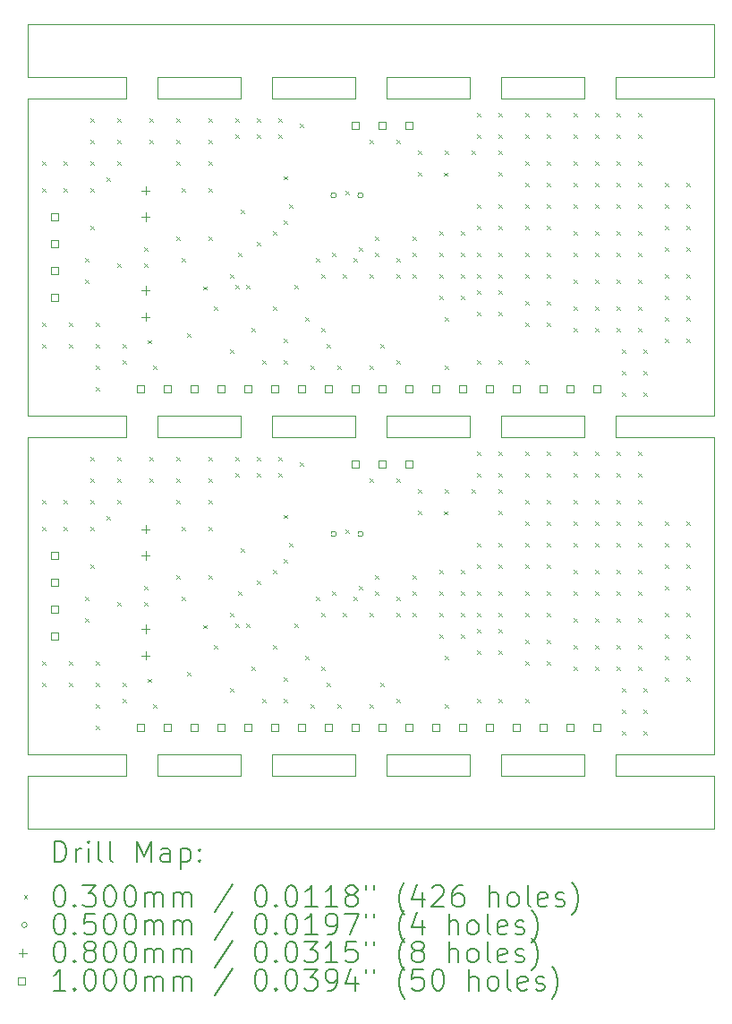
<source format=gbr>
%TF.GenerationSoftware,KiCad,Pcbnew,8.0.4*%
%TF.CreationDate,2024-08-18T00:19:55+02:00*%
%TF.ProjectId,untitled,756e7469-746c-4656-942e-6b696361645f,rev?*%
%TF.SameCoordinates,Original*%
%TF.FileFunction,Drillmap*%
%TF.FilePolarity,Positive*%
%FSLAX45Y45*%
G04 Gerber Fmt 4.5, Leading zero omitted, Abs format (unit mm)*
G04 Created by KiCad (PCBNEW 8.0.4) date 2024-08-18 00:19:55*
%MOMM*%
%LPD*%
G01*
G04 APERTURE LIST*
%ADD10C,0.100000*%
%ADD11C,0.200000*%
G04 APERTURE END LIST*
D10*
X16083333Y-5700050D02*
X16866667Y-5700050D01*
X12533333Y-5799950D02*
X12533333Y-5800150D01*
X15000000Y-5800150D02*
X15000000Y-5799950D01*
X16083333Y-2700050D02*
X16083333Y-2500000D01*
X15783333Y-5800150D02*
X15783333Y-5900050D01*
X14700000Y-5700050D02*
X14700000Y-5799950D01*
X16083333Y-2500000D02*
X16866667Y-2500000D01*
X12833333Y-2500000D02*
X13616667Y-2500000D01*
X12833333Y-9100150D02*
X12833333Y-8900050D01*
X13616667Y-5800150D02*
X13616667Y-5900050D01*
X15783333Y-2700050D02*
X15000000Y-2700050D01*
X18100000Y-9600150D02*
X18100000Y-9100150D01*
X18100000Y-9100150D02*
X17166667Y-9100150D01*
X13916667Y-2500000D02*
X14700000Y-2500000D01*
X11600000Y-9100150D02*
X11600000Y-9600150D01*
X11600000Y-9600150D02*
X18100000Y-9600150D01*
X18100000Y-2500000D02*
X18100000Y-2000000D01*
X12533333Y-2500000D02*
X12533333Y-2700050D01*
X16866667Y-5800150D02*
X16866667Y-5900050D01*
X16866667Y-9100150D02*
X16083333Y-9100150D01*
X12533333Y-5700050D02*
X12533333Y-5799950D01*
X16083333Y-5799950D02*
X16083333Y-5700050D01*
X16866667Y-5700050D02*
X16866667Y-5799950D01*
X16083333Y-5800150D02*
X16083333Y-5799950D01*
X12833333Y-5700050D02*
X13616667Y-5700050D01*
X12833333Y-2700050D02*
X12833333Y-2500000D01*
X12533333Y-5800150D02*
X12533333Y-5900050D01*
X15000000Y-5799950D02*
X15000000Y-5700050D01*
X14700000Y-5900050D02*
X13916667Y-5900050D01*
X11600000Y-5900050D02*
X11600000Y-8900050D01*
X16866667Y-2500000D02*
X16866667Y-2700050D01*
X15000000Y-9100150D02*
X15000000Y-8900050D01*
X15783333Y-8900050D02*
X15783333Y-9100150D01*
X15000000Y-8900050D02*
X15783333Y-8900050D01*
X13616667Y-5799950D02*
X13616667Y-5800150D01*
X15000000Y-5900050D02*
X15000000Y-5800150D01*
X16083333Y-8900050D02*
X16866667Y-8900050D01*
X12833333Y-5800150D02*
X12833333Y-5799950D01*
X12833333Y-5900050D02*
X12833333Y-5800150D01*
X13616667Y-9100150D02*
X12833333Y-9100150D01*
X13916667Y-2700050D02*
X13916667Y-2500000D01*
X14700000Y-5800150D02*
X14700000Y-5900050D01*
X15783333Y-5799950D02*
X15783333Y-5800150D01*
X11600000Y-2700050D02*
X11600000Y-5700050D01*
X12533333Y-8900050D02*
X12533333Y-9100150D01*
X13916667Y-5900050D02*
X13916667Y-5800150D01*
X17166667Y-8900050D02*
X18100000Y-8900050D01*
X15783333Y-5700050D02*
X15783333Y-5799950D01*
X16866667Y-8900050D02*
X16866667Y-9100150D01*
X18100000Y-5700050D02*
X18100000Y-2700050D01*
X14700000Y-5799950D02*
X14700000Y-5800150D01*
X13916667Y-5800150D02*
X13916667Y-5799950D01*
X16866667Y-2700050D02*
X16083333Y-2700050D01*
X11600000Y-2000000D02*
X11600000Y-2500000D01*
X14700000Y-2700050D02*
X13916667Y-2700050D01*
X16866667Y-5799950D02*
X16866667Y-5800150D01*
X15000000Y-2500000D02*
X15783333Y-2500000D01*
X12533333Y-9100150D02*
X11600000Y-9100150D01*
X18100000Y-2000000D02*
X11600000Y-2000000D01*
X17166667Y-5800150D02*
X17166667Y-5799950D01*
X12833333Y-8900050D02*
X13616667Y-8900050D01*
X15783333Y-9100150D02*
X15000000Y-9100150D01*
X12533333Y-5900050D02*
X11600000Y-5900050D01*
X13916667Y-8900050D02*
X14700000Y-8900050D01*
X18100000Y-5900050D02*
X17166667Y-5900050D01*
X17166667Y-2700050D02*
X17166667Y-2500000D01*
X11600000Y-8900050D02*
X12533333Y-8900050D01*
X14700000Y-2500000D02*
X14700000Y-2700050D01*
X11600000Y-2500000D02*
X12533333Y-2500000D01*
X12833333Y-5799950D02*
X12833333Y-5700050D01*
X13616667Y-5700050D02*
X13616667Y-5799950D01*
X15783333Y-2500000D02*
X15783333Y-2700050D01*
X17166667Y-9100150D02*
X17166667Y-8900050D01*
X18100000Y-8900050D02*
X18100000Y-5900050D01*
X18100000Y-2700050D02*
X17166667Y-2700050D01*
X13616667Y-5900050D02*
X12833333Y-5900050D01*
X17166667Y-5799950D02*
X17166667Y-5700050D01*
X13916667Y-5700050D02*
X14700000Y-5700050D01*
X12533333Y-2700050D02*
X11600000Y-2700050D01*
X14700000Y-9100150D02*
X13916667Y-9100150D01*
X13616667Y-2500000D02*
X13616667Y-2700050D01*
X16866667Y-5900050D02*
X16083333Y-5900050D01*
X17166667Y-5700050D02*
X18100000Y-5700050D01*
X13916667Y-5799950D02*
X13916667Y-5700050D01*
X15000000Y-5700050D02*
X15783333Y-5700050D01*
X13616667Y-8900050D02*
X13616667Y-9100150D01*
X16083333Y-5900050D02*
X16083333Y-5800150D01*
X15783333Y-5900050D02*
X15000000Y-5900050D01*
X17166667Y-2500000D02*
X18100000Y-2500000D01*
X16083333Y-9100150D02*
X16083333Y-8900050D01*
X17166667Y-5900050D02*
X17166667Y-5800150D01*
X13916667Y-9100150D02*
X13916667Y-8900050D01*
X15000000Y-2700050D02*
X15000000Y-2500000D01*
X13616667Y-2700050D02*
X12833333Y-2700050D01*
X11600000Y-5700050D02*
X12533333Y-5700050D01*
X14700000Y-8900050D02*
X14700000Y-9100150D01*
D11*
D10*
X11737400Y-3294650D02*
X11767400Y-3324650D01*
X11767400Y-3294650D02*
X11737400Y-3324650D01*
X11737400Y-3548650D02*
X11767400Y-3578650D01*
X11767400Y-3548650D02*
X11737400Y-3578650D01*
X11737400Y-4818650D02*
X11767400Y-4848650D01*
X11767400Y-4818650D02*
X11737400Y-4848650D01*
X11737400Y-5021850D02*
X11767400Y-5051850D01*
X11767400Y-5021850D02*
X11737400Y-5051850D01*
X11737400Y-6494650D02*
X11767400Y-6524650D01*
X11767400Y-6494650D02*
X11737400Y-6524650D01*
X11737400Y-6748650D02*
X11767400Y-6778650D01*
X11767400Y-6748650D02*
X11737400Y-6778650D01*
X11737400Y-8018650D02*
X11767400Y-8048650D01*
X11767400Y-8018650D02*
X11737400Y-8048650D01*
X11737400Y-8221850D02*
X11767400Y-8251850D01*
X11767400Y-8221850D02*
X11737400Y-8251850D01*
X11940600Y-3294650D02*
X11970600Y-3324650D01*
X11970600Y-3294650D02*
X11940600Y-3324650D01*
X11940600Y-3548650D02*
X11970600Y-3578650D01*
X11970600Y-3548650D02*
X11940600Y-3578650D01*
X11940600Y-6494650D02*
X11970600Y-6524650D01*
X11970600Y-6494650D02*
X11940600Y-6524650D01*
X11940600Y-6748650D02*
X11970600Y-6778650D01*
X11970600Y-6748650D02*
X11940600Y-6778650D01*
X11991400Y-4818650D02*
X12021400Y-4848650D01*
X12021400Y-4818650D02*
X11991400Y-4848650D01*
X11991400Y-5021850D02*
X12021400Y-5051850D01*
X12021400Y-5021850D02*
X11991400Y-5051850D01*
X11991400Y-8018650D02*
X12021400Y-8048650D01*
X12021400Y-8018650D02*
X11991400Y-8048650D01*
X11991400Y-8221850D02*
X12021400Y-8251850D01*
X12021400Y-8221850D02*
X11991400Y-8251850D01*
X12143800Y-4209050D02*
X12173800Y-4239050D01*
X12173800Y-4209050D02*
X12143800Y-4239050D01*
X12143800Y-4412250D02*
X12173800Y-4442250D01*
X12173800Y-4412250D02*
X12143800Y-4442250D01*
X12143800Y-7409050D02*
X12173800Y-7439050D01*
X12173800Y-7409050D02*
X12143800Y-7439050D01*
X12143800Y-7612250D02*
X12173800Y-7642250D01*
X12173800Y-7612250D02*
X12143800Y-7642250D01*
X12194600Y-2888250D02*
X12224600Y-2918250D01*
X12224600Y-2888250D02*
X12194600Y-2918250D01*
X12194600Y-3294650D02*
X12224600Y-3324650D01*
X12224600Y-3294650D02*
X12194600Y-3324650D01*
X12194600Y-3548650D02*
X12224600Y-3578650D01*
X12224600Y-3548650D02*
X12194600Y-3578650D01*
X12194600Y-3904250D02*
X12224600Y-3934250D01*
X12224600Y-3904250D02*
X12194600Y-3934250D01*
X12194600Y-6088250D02*
X12224600Y-6118250D01*
X12224600Y-6088250D02*
X12194600Y-6118250D01*
X12194600Y-6494650D02*
X12224600Y-6524650D01*
X12224600Y-6494650D02*
X12194600Y-6524650D01*
X12194600Y-6748650D02*
X12224600Y-6778650D01*
X12224600Y-6748650D02*
X12194600Y-6778650D01*
X12194600Y-7104250D02*
X12224600Y-7134250D01*
X12224600Y-7104250D02*
X12194600Y-7134250D01*
X12194951Y-3092815D02*
X12224951Y-3122815D01*
X12224951Y-3092815D02*
X12194951Y-3122815D01*
X12194951Y-6292815D02*
X12224951Y-6322815D01*
X12224951Y-6292815D02*
X12194951Y-6322815D01*
X12245400Y-4818650D02*
X12275400Y-4848650D01*
X12275400Y-4818650D02*
X12245400Y-4848650D01*
X12245400Y-5021850D02*
X12275400Y-5051850D01*
X12275400Y-5021850D02*
X12245400Y-5051850D01*
X12245400Y-5225050D02*
X12275400Y-5255050D01*
X12275400Y-5225050D02*
X12245400Y-5255050D01*
X12245400Y-5428250D02*
X12275400Y-5458250D01*
X12275400Y-5428250D02*
X12245400Y-5458250D01*
X12245400Y-8018650D02*
X12275400Y-8048650D01*
X12275400Y-8018650D02*
X12245400Y-8048650D01*
X12245400Y-8221850D02*
X12275400Y-8251850D01*
X12275400Y-8221850D02*
X12245400Y-8251850D01*
X12245400Y-8425050D02*
X12275400Y-8455050D01*
X12275400Y-8425050D02*
X12245400Y-8455050D01*
X12245400Y-8628250D02*
X12275400Y-8658250D01*
X12275400Y-8628250D02*
X12245400Y-8658250D01*
X12347000Y-3447050D02*
X12377000Y-3477050D01*
X12377000Y-3447050D02*
X12347000Y-3477050D01*
X12347000Y-6647050D02*
X12377000Y-6677050D01*
X12377000Y-6647050D02*
X12347000Y-6677050D01*
X12448600Y-2888250D02*
X12478600Y-2918250D01*
X12478600Y-2888250D02*
X12448600Y-2918250D01*
X12448600Y-3091450D02*
X12478600Y-3121450D01*
X12478600Y-3091450D02*
X12448600Y-3121450D01*
X12448600Y-3294650D02*
X12478600Y-3324650D01*
X12478600Y-3294650D02*
X12448600Y-3324650D01*
X12448600Y-4259850D02*
X12478600Y-4289850D01*
X12478600Y-4259850D02*
X12448600Y-4289850D01*
X12448600Y-6088250D02*
X12478600Y-6118250D01*
X12478600Y-6088250D02*
X12448600Y-6118250D01*
X12448600Y-6291450D02*
X12478600Y-6321450D01*
X12478600Y-6291450D02*
X12448600Y-6321450D01*
X12448600Y-6494650D02*
X12478600Y-6524650D01*
X12478600Y-6494650D02*
X12448600Y-6524650D01*
X12448600Y-7459850D02*
X12478600Y-7489850D01*
X12478600Y-7459850D02*
X12448600Y-7489850D01*
X12499400Y-5021850D02*
X12529400Y-5051850D01*
X12529400Y-5021850D02*
X12499400Y-5051850D01*
X12499400Y-5174250D02*
X12529400Y-5204250D01*
X12529400Y-5174250D02*
X12499400Y-5204250D01*
X12499400Y-8221850D02*
X12529400Y-8251850D01*
X12529400Y-8221850D02*
X12499400Y-8251850D01*
X12499400Y-8374250D02*
X12529400Y-8404250D01*
X12529400Y-8374250D02*
X12499400Y-8404250D01*
X12702600Y-4107450D02*
X12732600Y-4137450D01*
X12732600Y-4107450D02*
X12702600Y-4137450D01*
X12702600Y-4259850D02*
X12732600Y-4289850D01*
X12732600Y-4259850D02*
X12702600Y-4289850D01*
X12702600Y-7307450D02*
X12732600Y-7337450D01*
X12732600Y-7307450D02*
X12702600Y-7337450D01*
X12702600Y-7459850D02*
X12732600Y-7489850D01*
X12732600Y-7459850D02*
X12702600Y-7489850D01*
X12740700Y-4983750D02*
X12770700Y-5013750D01*
X12770700Y-4983750D02*
X12740700Y-5013750D01*
X12740700Y-8183750D02*
X12770700Y-8213750D01*
X12770700Y-8183750D02*
X12740700Y-8213750D01*
X12753400Y-2888250D02*
X12783400Y-2918250D01*
X12783400Y-2888250D02*
X12753400Y-2918250D01*
X12753400Y-3091450D02*
X12783400Y-3121450D01*
X12783400Y-3091450D02*
X12753400Y-3121450D01*
X12753400Y-6088250D02*
X12783400Y-6118250D01*
X12783400Y-6088250D02*
X12753400Y-6118250D01*
X12753400Y-6291450D02*
X12783400Y-6321450D01*
X12783400Y-6291450D02*
X12753400Y-6321450D01*
X12791500Y-5225050D02*
X12821500Y-5255050D01*
X12821500Y-5225050D02*
X12791500Y-5255050D01*
X12791500Y-8425050D02*
X12821500Y-8455050D01*
X12821500Y-8425050D02*
X12791500Y-8455050D01*
X13007400Y-2888250D02*
X13037400Y-2918250D01*
X13037400Y-2888250D02*
X13007400Y-2918250D01*
X13007400Y-3091450D02*
X13037400Y-3121450D01*
X13037400Y-3091450D02*
X13007400Y-3121450D01*
X13007400Y-3294650D02*
X13037400Y-3324650D01*
X13037400Y-3294650D02*
X13007400Y-3324650D01*
X13007400Y-4005850D02*
X13037400Y-4035850D01*
X13037400Y-4005850D02*
X13007400Y-4035850D01*
X13007400Y-6088250D02*
X13037400Y-6118250D01*
X13037400Y-6088250D02*
X13007400Y-6118250D01*
X13007400Y-6291450D02*
X13037400Y-6321450D01*
X13037400Y-6291450D02*
X13007400Y-6321450D01*
X13007400Y-6494650D02*
X13037400Y-6524650D01*
X13037400Y-6494650D02*
X13007400Y-6524650D01*
X13007400Y-7205850D02*
X13037400Y-7235850D01*
X13037400Y-7205850D02*
X13007400Y-7235850D01*
X13058200Y-3548650D02*
X13088200Y-3578650D01*
X13088200Y-3548650D02*
X13058200Y-3578650D01*
X13058200Y-4209050D02*
X13088200Y-4239050D01*
X13088200Y-4209050D02*
X13058200Y-4239050D01*
X13058200Y-6748650D02*
X13088200Y-6778650D01*
X13088200Y-6748650D02*
X13058200Y-6778650D01*
X13058200Y-7409050D02*
X13088200Y-7439050D01*
X13088200Y-7409050D02*
X13058200Y-7439050D01*
X13109000Y-4920250D02*
X13139000Y-4950250D01*
X13139000Y-4920250D02*
X13109000Y-4950250D01*
X13109000Y-8120250D02*
X13139000Y-8150250D01*
X13139000Y-8120250D02*
X13109000Y-8150250D01*
X13261400Y-4475750D02*
X13291400Y-4505750D01*
X13291400Y-4475750D02*
X13261400Y-4505750D01*
X13261400Y-7675750D02*
X13291400Y-7705750D01*
X13291400Y-7675750D02*
X13261400Y-7705750D01*
X13312200Y-2888250D02*
X13342200Y-2918250D01*
X13342200Y-2888250D02*
X13312200Y-2918250D01*
X13312200Y-3091450D02*
X13342200Y-3121450D01*
X13342200Y-3091450D02*
X13312200Y-3121450D01*
X13312200Y-3294650D02*
X13342200Y-3324650D01*
X13342200Y-3294650D02*
X13312200Y-3324650D01*
X13312200Y-3548650D02*
X13342200Y-3578650D01*
X13342200Y-3548650D02*
X13312200Y-3578650D01*
X13312200Y-4005850D02*
X13342200Y-4035850D01*
X13342200Y-4005850D02*
X13312200Y-4035850D01*
X13312200Y-6088250D02*
X13342200Y-6118250D01*
X13342200Y-6088250D02*
X13312200Y-6118250D01*
X13312200Y-6291450D02*
X13342200Y-6321450D01*
X13342200Y-6291450D02*
X13312200Y-6321450D01*
X13312200Y-6494650D02*
X13342200Y-6524650D01*
X13342200Y-6494650D02*
X13312200Y-6524650D01*
X13312200Y-6748650D02*
X13342200Y-6778650D01*
X13342200Y-6748650D02*
X13312200Y-6778650D01*
X13312200Y-7205850D02*
X13342200Y-7235850D01*
X13342200Y-7205850D02*
X13312200Y-7235850D01*
X13363000Y-4666250D02*
X13393000Y-4696250D01*
X13393000Y-4666250D02*
X13363000Y-4696250D01*
X13363000Y-7866250D02*
X13393000Y-7896250D01*
X13393000Y-7866250D02*
X13363000Y-7896250D01*
X13515400Y-4361450D02*
X13545400Y-4391450D01*
X13545400Y-4361450D02*
X13515400Y-4391450D01*
X13515400Y-5072650D02*
X13545400Y-5102650D01*
X13545400Y-5072650D02*
X13515400Y-5102650D01*
X13515400Y-7561450D02*
X13545400Y-7591450D01*
X13545400Y-7561450D02*
X13515400Y-7591450D01*
X13515400Y-8272650D02*
X13545400Y-8302650D01*
X13545400Y-8272650D02*
X13515400Y-8302650D01*
X13566200Y-2888250D02*
X13596200Y-2918250D01*
X13596200Y-2888250D02*
X13566200Y-2918250D01*
X13566200Y-3040650D02*
X13596200Y-3070650D01*
X13596200Y-3040650D02*
X13566200Y-3070650D01*
X13566200Y-4463050D02*
X13596200Y-4493050D01*
X13596200Y-4463050D02*
X13566200Y-4493050D01*
X13566200Y-6088250D02*
X13596200Y-6118250D01*
X13596200Y-6088250D02*
X13566200Y-6118250D01*
X13566200Y-6240650D02*
X13596200Y-6270650D01*
X13596200Y-6240650D02*
X13566200Y-6270650D01*
X13566200Y-7663050D02*
X13596200Y-7693050D01*
X13596200Y-7663050D02*
X13566200Y-7693050D01*
X13591600Y-4158250D02*
X13621600Y-4188250D01*
X13621600Y-4158250D02*
X13591600Y-4188250D01*
X13591600Y-7358250D02*
X13621600Y-7388250D01*
X13621600Y-7358250D02*
X13591600Y-7388250D01*
X13617000Y-3751850D02*
X13647000Y-3781850D01*
X13647000Y-3751850D02*
X13617000Y-3781850D01*
X13617000Y-6951850D02*
X13647000Y-6981850D01*
X13647000Y-6951850D02*
X13617000Y-6981850D01*
X13667800Y-4463050D02*
X13697800Y-4493050D01*
X13697800Y-4463050D02*
X13667800Y-4493050D01*
X13667800Y-7663050D02*
X13697800Y-7693050D01*
X13697800Y-7663050D02*
X13667800Y-7693050D01*
X13718600Y-4869450D02*
X13748600Y-4899450D01*
X13748600Y-4869450D02*
X13718600Y-4899450D01*
X13718600Y-8069450D02*
X13748600Y-8099450D01*
X13748600Y-8069450D02*
X13718600Y-8099450D01*
X13769400Y-2888250D02*
X13799400Y-2918250D01*
X13799400Y-2888250D02*
X13769400Y-2918250D01*
X13769400Y-3040650D02*
X13799400Y-3070650D01*
X13799400Y-3040650D02*
X13769400Y-3070650D01*
X13769400Y-4056650D02*
X13799400Y-4086650D01*
X13799400Y-4056650D02*
X13769400Y-4086650D01*
X13769400Y-6088250D02*
X13799400Y-6118250D01*
X13799400Y-6088250D02*
X13769400Y-6118250D01*
X13769400Y-6240650D02*
X13799400Y-6270650D01*
X13799400Y-6240650D02*
X13769400Y-6270650D01*
X13769400Y-7256650D02*
X13799400Y-7286650D01*
X13799400Y-7256650D02*
X13769400Y-7286650D01*
X13820200Y-5174250D02*
X13850200Y-5204250D01*
X13850200Y-5174250D02*
X13820200Y-5204250D01*
X13820200Y-8374250D02*
X13850200Y-8404250D01*
X13850200Y-8374250D02*
X13820200Y-8404250D01*
X13921800Y-3955050D02*
X13951800Y-3985050D01*
X13951800Y-3955050D02*
X13921800Y-3985050D01*
X13921800Y-4666250D02*
X13951800Y-4696250D01*
X13951800Y-4666250D02*
X13921800Y-4696250D01*
X13921800Y-7155050D02*
X13951800Y-7185050D01*
X13951800Y-7155050D02*
X13921800Y-7185050D01*
X13921800Y-7866250D02*
X13951800Y-7896250D01*
X13951800Y-7866250D02*
X13921800Y-7896250D01*
X13972600Y-2888250D02*
X14002600Y-2918250D01*
X14002600Y-2888250D02*
X13972600Y-2918250D01*
X13972600Y-3040650D02*
X14002600Y-3070650D01*
X14002600Y-3040650D02*
X13972600Y-3070650D01*
X13972600Y-6088250D02*
X14002600Y-6118250D01*
X14002600Y-6088250D02*
X13972600Y-6118250D01*
X13972600Y-6240650D02*
X14002600Y-6270650D01*
X14002600Y-6240650D02*
X13972600Y-6270650D01*
X14023400Y-3434350D02*
X14053400Y-3464350D01*
X14053400Y-3434350D02*
X14023400Y-3464350D01*
X14023400Y-3853450D02*
X14053400Y-3883450D01*
X14053400Y-3853450D02*
X14023400Y-3883450D01*
X14023400Y-4971050D02*
X14053400Y-5001050D01*
X14053400Y-4971050D02*
X14023400Y-5001050D01*
X14023400Y-5174250D02*
X14053400Y-5204250D01*
X14053400Y-5174250D02*
X14023400Y-5204250D01*
X14023400Y-6634350D02*
X14053400Y-6664350D01*
X14053400Y-6634350D02*
X14023400Y-6664350D01*
X14023400Y-7053450D02*
X14053400Y-7083450D01*
X14053400Y-7053450D02*
X14023400Y-7083450D01*
X14023400Y-8171050D02*
X14053400Y-8201050D01*
X14053400Y-8171050D02*
X14023400Y-8201050D01*
X14023400Y-8374250D02*
X14053400Y-8404250D01*
X14053400Y-8374250D02*
X14023400Y-8404250D01*
X14074200Y-3701050D02*
X14104200Y-3731050D01*
X14104200Y-3701050D02*
X14074200Y-3731050D01*
X14074200Y-6901050D02*
X14104200Y-6931050D01*
X14104200Y-6901050D02*
X14074200Y-6931050D01*
X14125000Y-4463050D02*
X14155000Y-4493050D01*
X14155000Y-4463050D02*
X14125000Y-4493050D01*
X14125000Y-7663050D02*
X14155000Y-7693050D01*
X14155000Y-7663050D02*
X14125000Y-7693050D01*
X14175800Y-2939050D02*
X14205800Y-2969050D01*
X14205800Y-2939050D02*
X14175800Y-2969050D01*
X14175800Y-6139050D02*
X14205800Y-6169050D01*
X14205800Y-6139050D02*
X14175800Y-6169050D01*
X14226600Y-4767850D02*
X14256600Y-4797850D01*
X14256600Y-4767850D02*
X14226600Y-4797850D01*
X14226600Y-7967850D02*
X14256600Y-7997850D01*
X14256600Y-7967850D02*
X14226600Y-7997850D01*
X14277400Y-5225050D02*
X14307400Y-5255050D01*
X14307400Y-5225050D02*
X14277400Y-5255050D01*
X14277400Y-8425050D02*
X14307400Y-8455050D01*
X14307400Y-8425050D02*
X14277400Y-8455050D01*
X14328200Y-4209050D02*
X14358200Y-4239050D01*
X14358200Y-4209050D02*
X14328200Y-4239050D01*
X14328200Y-7409050D02*
X14358200Y-7439050D01*
X14358200Y-7409050D02*
X14328200Y-7439050D01*
X14379000Y-4361450D02*
X14409000Y-4391450D01*
X14409000Y-4361450D02*
X14379000Y-4391450D01*
X14379000Y-4869450D02*
X14409000Y-4899450D01*
X14409000Y-4869450D02*
X14379000Y-4899450D01*
X14379000Y-7561450D02*
X14409000Y-7591450D01*
X14409000Y-7561450D02*
X14379000Y-7591450D01*
X14379000Y-8069450D02*
X14409000Y-8099450D01*
X14409000Y-8069450D02*
X14379000Y-8099450D01*
X14429800Y-5021850D02*
X14459800Y-5051850D01*
X14459800Y-5021850D02*
X14429800Y-5051850D01*
X14429800Y-8221850D02*
X14459800Y-8251850D01*
X14459800Y-8221850D02*
X14429800Y-8251850D01*
X14480600Y-4158250D02*
X14510600Y-4188250D01*
X14510600Y-4158250D02*
X14480600Y-4188250D01*
X14480600Y-7358250D02*
X14510600Y-7388250D01*
X14510600Y-7358250D02*
X14480600Y-7388250D01*
X14531400Y-5225050D02*
X14561400Y-5255050D01*
X14561400Y-5225050D02*
X14531400Y-5255050D01*
X14531400Y-8425050D02*
X14561400Y-8455050D01*
X14561400Y-8425050D02*
X14531400Y-8455050D01*
X14582200Y-4361450D02*
X14612200Y-4391450D01*
X14612200Y-4361450D02*
X14582200Y-4391450D01*
X14582200Y-7561450D02*
X14612200Y-7591450D01*
X14612200Y-7561450D02*
X14582200Y-7591450D01*
X14607600Y-3574050D02*
X14637600Y-3604050D01*
X14637600Y-3574050D02*
X14607600Y-3604050D01*
X14607600Y-6774050D02*
X14637600Y-6804050D01*
X14637600Y-6774050D02*
X14607600Y-6804050D01*
X14683800Y-4209050D02*
X14713800Y-4239050D01*
X14713800Y-4209050D02*
X14683800Y-4239050D01*
X14683800Y-7409050D02*
X14713800Y-7439050D01*
X14713800Y-7409050D02*
X14683800Y-7439050D01*
X14734600Y-4107450D02*
X14764600Y-4137450D01*
X14764600Y-4107450D02*
X14734600Y-4137450D01*
X14734600Y-7307450D02*
X14764600Y-7337450D01*
X14764600Y-7307450D02*
X14734600Y-7337450D01*
X14836200Y-3091450D02*
X14866200Y-3121450D01*
X14866200Y-3091450D02*
X14836200Y-3121450D01*
X14836200Y-4361450D02*
X14866200Y-4391450D01*
X14866200Y-4361450D02*
X14836200Y-4391450D01*
X14836200Y-5225050D02*
X14866200Y-5255050D01*
X14866200Y-5225050D02*
X14836200Y-5255050D01*
X14836200Y-6291450D02*
X14866200Y-6321450D01*
X14866200Y-6291450D02*
X14836200Y-6321450D01*
X14836200Y-7561450D02*
X14866200Y-7591450D01*
X14866200Y-7561450D02*
X14836200Y-7591450D01*
X14836200Y-8425050D02*
X14866200Y-8455050D01*
X14866200Y-8425050D02*
X14836200Y-8455050D01*
X14887000Y-4005850D02*
X14917000Y-4035850D01*
X14917000Y-4005850D02*
X14887000Y-4035850D01*
X14887000Y-4158250D02*
X14917000Y-4188250D01*
X14917000Y-4158250D02*
X14887000Y-4188250D01*
X14887000Y-7205850D02*
X14917000Y-7235850D01*
X14917000Y-7205850D02*
X14887000Y-7235850D01*
X14887000Y-7358250D02*
X14917000Y-7388250D01*
X14917000Y-7358250D02*
X14887000Y-7388250D01*
X14937800Y-5021850D02*
X14967800Y-5051850D01*
X14967800Y-5021850D02*
X14937800Y-5051850D01*
X14937800Y-8221850D02*
X14967800Y-8251850D01*
X14967800Y-8221850D02*
X14937800Y-8251850D01*
X15090200Y-3091450D02*
X15120200Y-3121450D01*
X15120200Y-3091450D02*
X15090200Y-3121450D01*
X15090200Y-4209050D02*
X15120200Y-4239050D01*
X15120200Y-4209050D02*
X15090200Y-4239050D01*
X15090200Y-4361450D02*
X15120200Y-4391450D01*
X15120200Y-4361450D02*
X15090200Y-4391450D01*
X15090200Y-5174250D02*
X15120200Y-5204250D01*
X15120200Y-5174250D02*
X15090200Y-5204250D01*
X15090200Y-6291450D02*
X15120200Y-6321450D01*
X15120200Y-6291450D02*
X15090200Y-6321450D01*
X15090200Y-7409050D02*
X15120200Y-7439050D01*
X15120200Y-7409050D02*
X15090200Y-7439050D01*
X15090200Y-7561450D02*
X15120200Y-7591450D01*
X15120200Y-7561450D02*
X15090200Y-7591450D01*
X15090200Y-8374250D02*
X15120200Y-8404250D01*
X15120200Y-8374250D02*
X15090200Y-8404250D01*
X15242600Y-4005850D02*
X15272600Y-4035850D01*
X15272600Y-4005850D02*
X15242600Y-4035850D01*
X15242600Y-4158250D02*
X15272600Y-4188250D01*
X15272600Y-4158250D02*
X15242600Y-4188250D01*
X15242600Y-4361450D02*
X15272600Y-4391450D01*
X15272600Y-4361450D02*
X15242600Y-4391450D01*
X15242600Y-7205850D02*
X15272600Y-7235850D01*
X15272600Y-7205850D02*
X15242600Y-7235850D01*
X15242600Y-7358250D02*
X15272600Y-7388250D01*
X15272600Y-7358250D02*
X15242600Y-7388250D01*
X15242600Y-7561450D02*
X15272600Y-7591450D01*
X15272600Y-7561450D02*
X15242600Y-7591450D01*
X15293400Y-3193050D02*
X15323400Y-3223050D01*
X15323400Y-3193050D02*
X15293400Y-3223050D01*
X15293400Y-3396250D02*
X15323400Y-3426250D01*
X15323400Y-3396250D02*
X15293400Y-3426250D01*
X15293400Y-6393050D02*
X15323400Y-6423050D01*
X15323400Y-6393050D02*
X15293400Y-6423050D01*
X15293400Y-6596250D02*
X15323400Y-6626250D01*
X15323400Y-6596250D02*
X15293400Y-6626250D01*
X15496600Y-3955050D02*
X15526600Y-3985050D01*
X15526600Y-3955050D02*
X15496600Y-3985050D01*
X15496600Y-4158250D02*
X15526600Y-4188250D01*
X15526600Y-4158250D02*
X15496600Y-4188250D01*
X15496600Y-4361450D02*
X15526600Y-4391450D01*
X15526600Y-4361450D02*
X15496600Y-4391450D01*
X15496600Y-4564650D02*
X15526600Y-4594650D01*
X15526600Y-4564650D02*
X15496600Y-4594650D01*
X15496600Y-7155050D02*
X15526600Y-7185050D01*
X15526600Y-7155050D02*
X15496600Y-7185050D01*
X15496600Y-7358250D02*
X15526600Y-7388250D01*
X15526600Y-7358250D02*
X15496600Y-7388250D01*
X15496600Y-7561450D02*
X15526600Y-7591450D01*
X15526600Y-7561450D02*
X15496600Y-7591450D01*
X15496600Y-7764650D02*
X15526600Y-7794650D01*
X15526600Y-7764650D02*
X15496600Y-7794650D01*
X15540838Y-3398762D02*
X15570838Y-3428762D01*
X15570838Y-3398762D02*
X15540838Y-3428762D01*
X15540838Y-6598762D02*
X15570838Y-6628762D01*
X15570838Y-6598762D02*
X15540838Y-6628762D01*
X15547400Y-3193050D02*
X15577400Y-3223050D01*
X15577400Y-3193050D02*
X15547400Y-3223050D01*
X15547400Y-4767850D02*
X15577400Y-4797850D01*
X15577400Y-4767850D02*
X15547400Y-4797850D01*
X15547400Y-5225050D02*
X15577400Y-5255050D01*
X15577400Y-5225050D02*
X15547400Y-5255050D01*
X15547400Y-6393050D02*
X15577400Y-6423050D01*
X15577400Y-6393050D02*
X15547400Y-6423050D01*
X15547400Y-7967850D02*
X15577400Y-7997850D01*
X15577400Y-7967850D02*
X15547400Y-7997850D01*
X15547400Y-8425050D02*
X15577400Y-8455050D01*
X15577400Y-8425050D02*
X15547400Y-8455050D01*
X15699800Y-3955050D02*
X15729800Y-3985050D01*
X15729800Y-3955050D02*
X15699800Y-3985050D01*
X15699800Y-4158250D02*
X15729800Y-4188250D01*
X15729800Y-4158250D02*
X15699800Y-4188250D01*
X15699800Y-4361450D02*
X15729800Y-4391450D01*
X15729800Y-4361450D02*
X15699800Y-4391450D01*
X15699800Y-4564650D02*
X15729800Y-4594650D01*
X15729800Y-4564650D02*
X15699800Y-4594650D01*
X15699800Y-7155050D02*
X15729800Y-7185050D01*
X15729800Y-7155050D02*
X15699800Y-7185050D01*
X15699800Y-7358250D02*
X15729800Y-7388250D01*
X15729800Y-7358250D02*
X15699800Y-7388250D01*
X15699800Y-7561450D02*
X15729800Y-7591450D01*
X15729800Y-7561450D02*
X15699800Y-7591450D01*
X15699800Y-7764650D02*
X15729800Y-7794650D01*
X15729800Y-7764650D02*
X15699800Y-7794650D01*
X15801400Y-3193050D02*
X15831400Y-3223050D01*
X15831400Y-3193050D02*
X15801400Y-3223050D01*
X15801400Y-6393050D02*
X15831400Y-6423050D01*
X15831400Y-6393050D02*
X15801400Y-6423050D01*
X15852200Y-2837450D02*
X15882200Y-2867450D01*
X15882200Y-2837450D02*
X15852200Y-2867450D01*
X15852200Y-3040650D02*
X15882200Y-3070650D01*
X15882200Y-3040650D02*
X15852200Y-3070650D01*
X15852200Y-3701050D02*
X15882200Y-3731050D01*
X15882200Y-3701050D02*
X15852200Y-3731050D01*
X15852200Y-3904250D02*
X15882200Y-3934250D01*
X15882200Y-3904250D02*
X15852200Y-3934250D01*
X15852200Y-4158250D02*
X15882200Y-4188250D01*
X15882200Y-4158250D02*
X15852200Y-4188250D01*
X15852200Y-4361450D02*
X15882200Y-4391450D01*
X15882200Y-4361450D02*
X15852200Y-4391450D01*
X15852200Y-4513850D02*
X15882200Y-4543850D01*
X15882200Y-4513850D02*
X15852200Y-4543850D01*
X15852200Y-4717050D02*
X15882200Y-4747050D01*
X15882200Y-4717050D02*
X15852200Y-4747050D01*
X15852200Y-5174250D02*
X15882200Y-5204250D01*
X15882200Y-5174250D02*
X15852200Y-5204250D01*
X15852200Y-6037450D02*
X15882200Y-6067450D01*
X15882200Y-6037450D02*
X15852200Y-6067450D01*
X15852200Y-6240650D02*
X15882200Y-6270650D01*
X15882200Y-6240650D02*
X15852200Y-6270650D01*
X15852200Y-6901050D02*
X15882200Y-6931050D01*
X15882200Y-6901050D02*
X15852200Y-6931050D01*
X15852200Y-7104250D02*
X15882200Y-7134250D01*
X15882200Y-7104250D02*
X15852200Y-7134250D01*
X15852200Y-7358250D02*
X15882200Y-7388250D01*
X15882200Y-7358250D02*
X15852200Y-7388250D01*
X15852200Y-7561450D02*
X15882200Y-7591450D01*
X15882200Y-7561450D02*
X15852200Y-7591450D01*
X15852200Y-7713850D02*
X15882200Y-7743850D01*
X15882200Y-7713850D02*
X15852200Y-7743850D01*
X15852200Y-7917050D02*
X15882200Y-7947050D01*
X15882200Y-7917050D02*
X15852200Y-7947050D01*
X15852200Y-8374250D02*
X15882200Y-8404250D01*
X15882200Y-8374250D02*
X15852200Y-8404250D01*
X16055400Y-2837450D02*
X16085400Y-2867450D01*
X16085400Y-2837450D02*
X16055400Y-2867450D01*
X16055400Y-3040650D02*
X16085400Y-3070650D01*
X16085400Y-3040650D02*
X16055400Y-3070650D01*
X16055400Y-3193050D02*
X16085400Y-3223050D01*
X16085400Y-3193050D02*
X16055400Y-3223050D01*
X16055400Y-3396250D02*
X16085400Y-3426250D01*
X16085400Y-3396250D02*
X16055400Y-3426250D01*
X16055400Y-3701050D02*
X16085400Y-3731050D01*
X16085400Y-3701050D02*
X16055400Y-3731050D01*
X16055400Y-3904250D02*
X16085400Y-3934250D01*
X16085400Y-3904250D02*
X16055400Y-3934250D01*
X16055400Y-4158250D02*
X16085400Y-4188250D01*
X16085400Y-4158250D02*
X16055400Y-4188250D01*
X16055400Y-4361450D02*
X16085400Y-4391450D01*
X16085400Y-4361450D02*
X16055400Y-4391450D01*
X16055400Y-4513850D02*
X16085400Y-4543850D01*
X16085400Y-4513850D02*
X16055400Y-4543850D01*
X16055400Y-4717050D02*
X16085400Y-4747050D01*
X16085400Y-4717050D02*
X16055400Y-4747050D01*
X16055400Y-5174250D02*
X16085400Y-5204250D01*
X16085400Y-5174250D02*
X16055400Y-5204250D01*
X16055400Y-6037450D02*
X16085400Y-6067450D01*
X16085400Y-6037450D02*
X16055400Y-6067450D01*
X16055400Y-6240650D02*
X16085400Y-6270650D01*
X16085400Y-6240650D02*
X16055400Y-6270650D01*
X16055400Y-6393050D02*
X16085400Y-6423050D01*
X16085400Y-6393050D02*
X16055400Y-6423050D01*
X16055400Y-6596250D02*
X16085400Y-6626250D01*
X16085400Y-6596250D02*
X16055400Y-6626250D01*
X16055400Y-6901050D02*
X16085400Y-6931050D01*
X16085400Y-6901050D02*
X16055400Y-6931050D01*
X16055400Y-7104250D02*
X16085400Y-7134250D01*
X16085400Y-7104250D02*
X16055400Y-7134250D01*
X16055400Y-7358250D02*
X16085400Y-7388250D01*
X16085400Y-7358250D02*
X16055400Y-7388250D01*
X16055400Y-7561450D02*
X16085400Y-7591450D01*
X16085400Y-7561450D02*
X16055400Y-7591450D01*
X16055400Y-7713850D02*
X16085400Y-7743850D01*
X16085400Y-7713850D02*
X16055400Y-7743850D01*
X16055400Y-7917050D02*
X16085400Y-7947050D01*
X16085400Y-7917050D02*
X16055400Y-7947050D01*
X16055400Y-8374250D02*
X16085400Y-8404250D01*
X16085400Y-8374250D02*
X16055400Y-8404250D01*
X16309400Y-2837450D02*
X16339400Y-2867450D01*
X16339400Y-2837450D02*
X16309400Y-2867450D01*
X16309400Y-3040650D02*
X16339400Y-3070650D01*
X16339400Y-3040650D02*
X16309400Y-3070650D01*
X16309400Y-3294650D02*
X16339400Y-3324650D01*
X16339400Y-3294650D02*
X16309400Y-3324650D01*
X16309400Y-3497850D02*
X16339400Y-3527850D01*
X16339400Y-3497850D02*
X16309400Y-3527850D01*
X16309400Y-3701050D02*
X16339400Y-3731050D01*
X16339400Y-3701050D02*
X16309400Y-3731050D01*
X16309400Y-3904250D02*
X16339400Y-3934250D01*
X16339400Y-3904250D02*
X16309400Y-3934250D01*
X16309400Y-4158250D02*
X16339400Y-4188250D01*
X16339400Y-4158250D02*
X16309400Y-4188250D01*
X16309400Y-4361450D02*
X16339400Y-4391450D01*
X16339400Y-4361450D02*
X16309400Y-4391450D01*
X16309400Y-4615450D02*
X16339400Y-4645450D01*
X16339400Y-4615450D02*
X16309400Y-4645450D01*
X16309400Y-4818650D02*
X16339400Y-4848650D01*
X16339400Y-4818650D02*
X16309400Y-4848650D01*
X16309400Y-5174250D02*
X16339400Y-5204250D01*
X16339400Y-5174250D02*
X16309400Y-5204250D01*
X16309400Y-6037450D02*
X16339400Y-6067450D01*
X16339400Y-6037450D02*
X16309400Y-6067450D01*
X16309400Y-6240650D02*
X16339400Y-6270650D01*
X16339400Y-6240650D02*
X16309400Y-6270650D01*
X16309400Y-6494650D02*
X16339400Y-6524650D01*
X16339400Y-6494650D02*
X16309400Y-6524650D01*
X16309400Y-6697850D02*
X16339400Y-6727850D01*
X16339400Y-6697850D02*
X16309400Y-6727850D01*
X16309400Y-6901050D02*
X16339400Y-6931050D01*
X16339400Y-6901050D02*
X16309400Y-6931050D01*
X16309400Y-7104250D02*
X16339400Y-7134250D01*
X16339400Y-7104250D02*
X16309400Y-7134250D01*
X16309400Y-7358250D02*
X16339400Y-7388250D01*
X16339400Y-7358250D02*
X16309400Y-7388250D01*
X16309400Y-7561450D02*
X16339400Y-7591450D01*
X16339400Y-7561450D02*
X16309400Y-7591450D01*
X16309400Y-7815450D02*
X16339400Y-7845450D01*
X16339400Y-7815450D02*
X16309400Y-7845450D01*
X16309400Y-8018650D02*
X16339400Y-8048650D01*
X16339400Y-8018650D02*
X16309400Y-8048650D01*
X16309400Y-8374250D02*
X16339400Y-8404250D01*
X16339400Y-8374250D02*
X16309400Y-8404250D01*
X16512600Y-2837450D02*
X16542600Y-2867450D01*
X16542600Y-2837450D02*
X16512600Y-2867450D01*
X16512600Y-3040650D02*
X16542600Y-3070650D01*
X16542600Y-3040650D02*
X16512600Y-3070650D01*
X16512600Y-3294650D02*
X16542600Y-3324650D01*
X16542600Y-3294650D02*
X16512600Y-3324650D01*
X16512600Y-3497850D02*
X16542600Y-3527850D01*
X16542600Y-3497850D02*
X16512600Y-3527850D01*
X16512600Y-3701050D02*
X16542600Y-3731050D01*
X16542600Y-3701050D02*
X16512600Y-3731050D01*
X16512600Y-3904250D02*
X16542600Y-3934250D01*
X16542600Y-3904250D02*
X16512600Y-3934250D01*
X16512600Y-4158250D02*
X16542600Y-4188250D01*
X16542600Y-4158250D02*
X16512600Y-4188250D01*
X16512600Y-4361450D02*
X16542600Y-4391450D01*
X16542600Y-4361450D02*
X16512600Y-4391450D01*
X16512600Y-4615450D02*
X16542600Y-4645450D01*
X16542600Y-4615450D02*
X16512600Y-4645450D01*
X16512600Y-4818650D02*
X16542600Y-4848650D01*
X16542600Y-4818650D02*
X16512600Y-4848650D01*
X16512600Y-6037450D02*
X16542600Y-6067450D01*
X16542600Y-6037450D02*
X16512600Y-6067450D01*
X16512600Y-6240650D02*
X16542600Y-6270650D01*
X16542600Y-6240650D02*
X16512600Y-6270650D01*
X16512600Y-6494650D02*
X16542600Y-6524650D01*
X16542600Y-6494650D02*
X16512600Y-6524650D01*
X16512600Y-6697850D02*
X16542600Y-6727850D01*
X16542600Y-6697850D02*
X16512600Y-6727850D01*
X16512600Y-6901050D02*
X16542600Y-6931050D01*
X16542600Y-6901050D02*
X16512600Y-6931050D01*
X16512600Y-7104250D02*
X16542600Y-7134250D01*
X16542600Y-7104250D02*
X16512600Y-7134250D01*
X16512600Y-7358250D02*
X16542600Y-7388250D01*
X16542600Y-7358250D02*
X16512600Y-7388250D01*
X16512600Y-7561450D02*
X16542600Y-7591450D01*
X16542600Y-7561450D02*
X16512600Y-7591450D01*
X16512600Y-7815450D02*
X16542600Y-7845450D01*
X16542600Y-7815450D02*
X16512600Y-7845450D01*
X16512600Y-8018650D02*
X16542600Y-8048650D01*
X16542600Y-8018650D02*
X16512600Y-8048650D01*
X16766600Y-2837450D02*
X16796600Y-2867450D01*
X16796600Y-2837450D02*
X16766600Y-2867450D01*
X16766600Y-3040650D02*
X16796600Y-3070650D01*
X16796600Y-3040650D02*
X16766600Y-3070650D01*
X16766600Y-3294650D02*
X16796600Y-3324650D01*
X16796600Y-3294650D02*
X16766600Y-3324650D01*
X16766600Y-3497850D02*
X16796600Y-3527850D01*
X16796600Y-3497850D02*
X16766600Y-3527850D01*
X16766600Y-3701050D02*
X16796600Y-3731050D01*
X16796600Y-3701050D02*
X16766600Y-3731050D01*
X16766600Y-3955050D02*
X16796600Y-3985050D01*
X16796600Y-3955050D02*
X16766600Y-3985050D01*
X16766600Y-4158250D02*
X16796600Y-4188250D01*
X16796600Y-4158250D02*
X16766600Y-4188250D01*
X16766600Y-4412250D02*
X16796600Y-4442250D01*
X16796600Y-4412250D02*
X16766600Y-4442250D01*
X16766600Y-4666250D02*
X16796600Y-4696250D01*
X16796600Y-4666250D02*
X16766600Y-4696250D01*
X16766600Y-4869450D02*
X16796600Y-4899450D01*
X16796600Y-4869450D02*
X16766600Y-4899450D01*
X16766600Y-6037450D02*
X16796600Y-6067450D01*
X16796600Y-6037450D02*
X16766600Y-6067450D01*
X16766600Y-6240650D02*
X16796600Y-6270650D01*
X16796600Y-6240650D02*
X16766600Y-6270650D01*
X16766600Y-6494650D02*
X16796600Y-6524650D01*
X16796600Y-6494650D02*
X16766600Y-6524650D01*
X16766600Y-6697850D02*
X16796600Y-6727850D01*
X16796600Y-6697850D02*
X16766600Y-6727850D01*
X16766600Y-6901050D02*
X16796600Y-6931050D01*
X16796600Y-6901050D02*
X16766600Y-6931050D01*
X16766600Y-7155050D02*
X16796600Y-7185050D01*
X16796600Y-7155050D02*
X16766600Y-7185050D01*
X16766600Y-7358250D02*
X16796600Y-7388250D01*
X16796600Y-7358250D02*
X16766600Y-7388250D01*
X16766600Y-7612250D02*
X16796600Y-7642250D01*
X16796600Y-7612250D02*
X16766600Y-7642250D01*
X16766600Y-7866250D02*
X16796600Y-7896250D01*
X16796600Y-7866250D02*
X16766600Y-7896250D01*
X16766600Y-8069450D02*
X16796600Y-8099450D01*
X16796600Y-8069450D02*
X16766600Y-8099450D01*
X16969800Y-2837450D02*
X16999800Y-2867450D01*
X16999800Y-2837450D02*
X16969800Y-2867450D01*
X16969800Y-3040650D02*
X16999800Y-3070650D01*
X16999800Y-3040650D02*
X16969800Y-3070650D01*
X16969800Y-3294650D02*
X16999800Y-3324650D01*
X16999800Y-3294650D02*
X16969800Y-3324650D01*
X16969800Y-3497850D02*
X16999800Y-3527850D01*
X16999800Y-3497850D02*
X16969800Y-3527850D01*
X16969800Y-3701050D02*
X16999800Y-3731050D01*
X16999800Y-3701050D02*
X16969800Y-3731050D01*
X16969800Y-3955050D02*
X16999800Y-3985050D01*
X16999800Y-3955050D02*
X16969800Y-3985050D01*
X16969800Y-4158250D02*
X16999800Y-4188250D01*
X16999800Y-4158250D02*
X16969800Y-4188250D01*
X16969800Y-4412250D02*
X16999800Y-4442250D01*
X16999800Y-4412250D02*
X16969800Y-4442250D01*
X16969800Y-4666250D02*
X16999800Y-4696250D01*
X16999800Y-4666250D02*
X16969800Y-4696250D01*
X16969800Y-4869450D02*
X16999800Y-4899450D01*
X16999800Y-4869450D02*
X16969800Y-4899450D01*
X16969800Y-6037450D02*
X16999800Y-6067450D01*
X16999800Y-6037450D02*
X16969800Y-6067450D01*
X16969800Y-6240650D02*
X16999800Y-6270650D01*
X16999800Y-6240650D02*
X16969800Y-6270650D01*
X16969800Y-6494650D02*
X16999800Y-6524650D01*
X16999800Y-6494650D02*
X16969800Y-6524650D01*
X16969800Y-6697850D02*
X16999800Y-6727850D01*
X16999800Y-6697850D02*
X16969800Y-6727850D01*
X16969800Y-6901050D02*
X16999800Y-6931050D01*
X16999800Y-6901050D02*
X16969800Y-6931050D01*
X16969800Y-7155050D02*
X16999800Y-7185050D01*
X16999800Y-7155050D02*
X16969800Y-7185050D01*
X16969800Y-7358250D02*
X16999800Y-7388250D01*
X16999800Y-7358250D02*
X16969800Y-7388250D01*
X16969800Y-7612250D02*
X16999800Y-7642250D01*
X16999800Y-7612250D02*
X16969800Y-7642250D01*
X16969800Y-7866250D02*
X16999800Y-7896250D01*
X16999800Y-7866250D02*
X16969800Y-7896250D01*
X16969800Y-8069450D02*
X16999800Y-8099450D01*
X16999800Y-8069450D02*
X16969800Y-8099450D01*
X17173000Y-2837450D02*
X17203000Y-2867450D01*
X17203000Y-2837450D02*
X17173000Y-2867450D01*
X17173000Y-3040650D02*
X17203000Y-3070650D01*
X17203000Y-3040650D02*
X17173000Y-3070650D01*
X17173000Y-3294650D02*
X17203000Y-3324650D01*
X17203000Y-3294650D02*
X17173000Y-3324650D01*
X17173000Y-3497850D02*
X17203000Y-3527850D01*
X17203000Y-3497850D02*
X17173000Y-3527850D01*
X17173000Y-3701050D02*
X17203000Y-3731050D01*
X17203000Y-3701050D02*
X17173000Y-3731050D01*
X17173000Y-3955050D02*
X17203000Y-3985050D01*
X17203000Y-3955050D02*
X17173000Y-3985050D01*
X17173000Y-4158250D02*
X17203000Y-4188250D01*
X17203000Y-4158250D02*
X17173000Y-4188250D01*
X17173000Y-4412250D02*
X17203000Y-4442250D01*
X17203000Y-4412250D02*
X17173000Y-4442250D01*
X17173000Y-4666250D02*
X17203000Y-4696250D01*
X17203000Y-4666250D02*
X17173000Y-4696250D01*
X17173000Y-4869450D02*
X17203000Y-4899450D01*
X17203000Y-4869450D02*
X17173000Y-4899450D01*
X17173000Y-6037450D02*
X17203000Y-6067450D01*
X17203000Y-6037450D02*
X17173000Y-6067450D01*
X17173000Y-6240650D02*
X17203000Y-6270650D01*
X17203000Y-6240650D02*
X17173000Y-6270650D01*
X17173000Y-6494650D02*
X17203000Y-6524650D01*
X17203000Y-6494650D02*
X17173000Y-6524650D01*
X17173000Y-6697850D02*
X17203000Y-6727850D01*
X17203000Y-6697850D02*
X17173000Y-6727850D01*
X17173000Y-6901050D02*
X17203000Y-6931050D01*
X17203000Y-6901050D02*
X17173000Y-6931050D01*
X17173000Y-7155050D02*
X17203000Y-7185050D01*
X17203000Y-7155050D02*
X17173000Y-7185050D01*
X17173000Y-7358250D02*
X17203000Y-7388250D01*
X17203000Y-7358250D02*
X17173000Y-7388250D01*
X17173000Y-7612250D02*
X17203000Y-7642250D01*
X17203000Y-7612250D02*
X17173000Y-7642250D01*
X17173000Y-7866250D02*
X17203000Y-7896250D01*
X17203000Y-7866250D02*
X17173000Y-7896250D01*
X17173000Y-8069450D02*
X17203000Y-8099450D01*
X17203000Y-8069450D02*
X17173000Y-8099450D01*
X17223800Y-5072650D02*
X17253800Y-5102650D01*
X17253800Y-5072650D02*
X17223800Y-5102650D01*
X17223800Y-5275850D02*
X17253800Y-5305850D01*
X17253800Y-5275850D02*
X17223800Y-5305850D01*
X17223800Y-5479050D02*
X17253800Y-5509050D01*
X17253800Y-5479050D02*
X17223800Y-5509050D01*
X17223800Y-8272650D02*
X17253800Y-8302650D01*
X17253800Y-8272650D02*
X17223800Y-8302650D01*
X17223800Y-8475850D02*
X17253800Y-8505850D01*
X17253800Y-8475850D02*
X17223800Y-8505850D01*
X17223800Y-8679050D02*
X17253800Y-8709050D01*
X17253800Y-8679050D02*
X17223800Y-8709050D01*
X17376200Y-2837450D02*
X17406200Y-2867450D01*
X17406200Y-2837450D02*
X17376200Y-2867450D01*
X17376200Y-3040650D02*
X17406200Y-3070650D01*
X17406200Y-3040650D02*
X17376200Y-3070650D01*
X17376200Y-3294650D02*
X17406200Y-3324650D01*
X17406200Y-3294650D02*
X17376200Y-3324650D01*
X17376200Y-3497850D02*
X17406200Y-3527850D01*
X17406200Y-3497850D02*
X17376200Y-3527850D01*
X17376200Y-3701050D02*
X17406200Y-3731050D01*
X17406200Y-3701050D02*
X17376200Y-3731050D01*
X17376200Y-3955050D02*
X17406200Y-3985050D01*
X17406200Y-3955050D02*
X17376200Y-3985050D01*
X17376200Y-4158250D02*
X17406200Y-4188250D01*
X17406200Y-4158250D02*
X17376200Y-4188250D01*
X17376200Y-4412250D02*
X17406200Y-4442250D01*
X17406200Y-4412250D02*
X17376200Y-4442250D01*
X17376200Y-4666250D02*
X17406200Y-4696250D01*
X17406200Y-4666250D02*
X17376200Y-4696250D01*
X17376200Y-4869450D02*
X17406200Y-4899450D01*
X17406200Y-4869450D02*
X17376200Y-4899450D01*
X17376200Y-6037450D02*
X17406200Y-6067450D01*
X17406200Y-6037450D02*
X17376200Y-6067450D01*
X17376200Y-6240650D02*
X17406200Y-6270650D01*
X17406200Y-6240650D02*
X17376200Y-6270650D01*
X17376200Y-6494650D02*
X17406200Y-6524650D01*
X17406200Y-6494650D02*
X17376200Y-6524650D01*
X17376200Y-6697850D02*
X17406200Y-6727850D01*
X17406200Y-6697850D02*
X17376200Y-6727850D01*
X17376200Y-6901050D02*
X17406200Y-6931050D01*
X17406200Y-6901050D02*
X17376200Y-6931050D01*
X17376200Y-7155050D02*
X17406200Y-7185050D01*
X17406200Y-7155050D02*
X17376200Y-7185050D01*
X17376200Y-7358250D02*
X17406200Y-7388250D01*
X17406200Y-7358250D02*
X17376200Y-7388250D01*
X17376200Y-7612250D02*
X17406200Y-7642250D01*
X17406200Y-7612250D02*
X17376200Y-7642250D01*
X17376200Y-7866250D02*
X17406200Y-7896250D01*
X17406200Y-7866250D02*
X17376200Y-7896250D01*
X17376200Y-8069450D02*
X17406200Y-8099450D01*
X17406200Y-8069450D02*
X17376200Y-8099450D01*
X17427000Y-5072650D02*
X17457000Y-5102650D01*
X17457000Y-5072650D02*
X17427000Y-5102650D01*
X17427000Y-5275850D02*
X17457000Y-5305850D01*
X17457000Y-5275850D02*
X17427000Y-5305850D01*
X17427000Y-5479050D02*
X17457000Y-5509050D01*
X17457000Y-5479050D02*
X17427000Y-5509050D01*
X17427000Y-8272650D02*
X17457000Y-8302650D01*
X17457000Y-8272650D02*
X17427000Y-8302650D01*
X17427000Y-8475850D02*
X17457000Y-8505850D01*
X17457000Y-8475850D02*
X17427000Y-8505850D01*
X17427000Y-8679050D02*
X17457000Y-8709050D01*
X17457000Y-8679050D02*
X17427000Y-8709050D01*
X17630200Y-3497850D02*
X17660200Y-3527850D01*
X17660200Y-3497850D02*
X17630200Y-3527850D01*
X17630200Y-3701050D02*
X17660200Y-3731050D01*
X17660200Y-3701050D02*
X17630200Y-3731050D01*
X17630200Y-3904250D02*
X17660200Y-3934250D01*
X17660200Y-3904250D02*
X17630200Y-3934250D01*
X17630200Y-4107450D02*
X17660200Y-4137450D01*
X17660200Y-4107450D02*
X17630200Y-4137450D01*
X17630200Y-4361450D02*
X17660200Y-4391450D01*
X17660200Y-4361450D02*
X17630200Y-4391450D01*
X17630200Y-4564650D02*
X17660200Y-4594650D01*
X17660200Y-4564650D02*
X17630200Y-4594650D01*
X17630200Y-4767850D02*
X17660200Y-4797850D01*
X17660200Y-4767850D02*
X17630200Y-4797850D01*
X17630200Y-4971050D02*
X17660200Y-5001050D01*
X17660200Y-4971050D02*
X17630200Y-5001050D01*
X17630200Y-6697850D02*
X17660200Y-6727850D01*
X17660200Y-6697850D02*
X17630200Y-6727850D01*
X17630200Y-6901050D02*
X17660200Y-6931050D01*
X17660200Y-6901050D02*
X17630200Y-6931050D01*
X17630200Y-7104250D02*
X17660200Y-7134250D01*
X17660200Y-7104250D02*
X17630200Y-7134250D01*
X17630200Y-7307450D02*
X17660200Y-7337450D01*
X17660200Y-7307450D02*
X17630200Y-7337450D01*
X17630200Y-7561450D02*
X17660200Y-7591450D01*
X17660200Y-7561450D02*
X17630200Y-7591450D01*
X17630200Y-7764650D02*
X17660200Y-7794650D01*
X17660200Y-7764650D02*
X17630200Y-7794650D01*
X17630200Y-7967850D02*
X17660200Y-7997850D01*
X17660200Y-7967850D02*
X17630200Y-7997850D01*
X17630200Y-8171050D02*
X17660200Y-8201050D01*
X17660200Y-8171050D02*
X17630200Y-8201050D01*
X17833400Y-3497850D02*
X17863400Y-3527850D01*
X17863400Y-3497850D02*
X17833400Y-3527850D01*
X17833400Y-3701050D02*
X17863400Y-3731050D01*
X17863400Y-3701050D02*
X17833400Y-3731050D01*
X17833400Y-3904250D02*
X17863400Y-3934250D01*
X17863400Y-3904250D02*
X17833400Y-3934250D01*
X17833400Y-4107450D02*
X17863400Y-4137450D01*
X17863400Y-4107450D02*
X17833400Y-4137450D01*
X17833400Y-4361450D02*
X17863400Y-4391450D01*
X17863400Y-4361450D02*
X17833400Y-4391450D01*
X17833400Y-4564650D02*
X17863400Y-4594650D01*
X17863400Y-4564650D02*
X17833400Y-4594650D01*
X17833400Y-4767850D02*
X17863400Y-4797850D01*
X17863400Y-4767850D02*
X17833400Y-4797850D01*
X17833400Y-4971050D02*
X17863400Y-5001050D01*
X17863400Y-4971050D02*
X17833400Y-5001050D01*
X17833400Y-6697850D02*
X17863400Y-6727850D01*
X17863400Y-6697850D02*
X17833400Y-6727850D01*
X17833400Y-6901050D02*
X17863400Y-6931050D01*
X17863400Y-6901050D02*
X17833400Y-6931050D01*
X17833400Y-7104250D02*
X17863400Y-7134250D01*
X17863400Y-7104250D02*
X17833400Y-7134250D01*
X17833400Y-7307450D02*
X17863400Y-7337450D01*
X17863400Y-7307450D02*
X17833400Y-7337450D01*
X17833400Y-7561450D02*
X17863400Y-7591450D01*
X17863400Y-7561450D02*
X17833400Y-7591450D01*
X17833400Y-7764650D02*
X17863400Y-7794650D01*
X17863400Y-7764650D02*
X17833400Y-7794650D01*
X17833400Y-7967850D02*
X17863400Y-7997850D01*
X17863400Y-7967850D02*
X17833400Y-7997850D01*
X17833400Y-8171050D02*
X17863400Y-8201050D01*
X17863400Y-8171050D02*
X17833400Y-8201050D01*
X14520600Y-3614450D02*
G75*
G02*
X14470600Y-3614450I-25000J0D01*
G01*
X14470600Y-3614450D02*
G75*
G02*
X14520600Y-3614450I25000J0D01*
G01*
X14520600Y-6814450D02*
G75*
G02*
X14470600Y-6814450I-25000J0D01*
G01*
X14470600Y-6814450D02*
G75*
G02*
X14520600Y-6814450I25000J0D01*
G01*
X14774600Y-3614450D02*
G75*
G02*
X14724600Y-3614450I-25000J0D01*
G01*
X14724600Y-3614450D02*
G75*
G02*
X14774600Y-3614450I25000J0D01*
G01*
X14774600Y-6814450D02*
G75*
G02*
X14724600Y-6814450I-25000J0D01*
G01*
X14724600Y-6814450D02*
G75*
G02*
X14774600Y-6814450I25000J0D01*
G01*
X12717600Y-3527650D02*
X12717600Y-3607650D01*
X12677600Y-3567650D02*
X12757600Y-3567650D01*
X12717600Y-3777650D02*
X12717600Y-3857650D01*
X12677600Y-3817650D02*
X12757600Y-3817650D01*
X12717600Y-4472212D02*
X12717600Y-4552212D01*
X12677600Y-4512212D02*
X12757600Y-4512212D01*
X12717600Y-4722212D02*
X12717600Y-4802212D01*
X12677600Y-4762212D02*
X12757600Y-4762212D01*
X12717600Y-6727650D02*
X12717600Y-6807650D01*
X12677600Y-6767650D02*
X12757600Y-6767650D01*
X12717600Y-6977650D02*
X12717600Y-7057650D01*
X12677600Y-7017650D02*
X12757600Y-7017650D01*
X12717600Y-7672212D02*
X12717600Y-7752212D01*
X12677600Y-7712212D02*
X12757600Y-7712212D01*
X12717600Y-7922212D02*
X12717600Y-8002212D01*
X12677600Y-7962212D02*
X12757600Y-7962212D01*
X11889356Y-3853006D02*
X11889356Y-3782294D01*
X11818644Y-3782294D01*
X11818644Y-3853006D01*
X11889356Y-3853006D01*
X11889356Y-4107006D02*
X11889356Y-4036294D01*
X11818644Y-4036294D01*
X11818644Y-4107006D01*
X11889356Y-4107006D01*
X11889356Y-4361006D02*
X11889356Y-4290294D01*
X11818644Y-4290294D01*
X11818644Y-4361006D01*
X11889356Y-4361006D01*
X11889356Y-4615006D02*
X11889356Y-4544294D01*
X11818644Y-4544294D01*
X11818644Y-4615006D01*
X11889356Y-4615006D01*
X11889356Y-7053006D02*
X11889356Y-6982294D01*
X11818644Y-6982294D01*
X11818644Y-7053006D01*
X11889356Y-7053006D01*
X11889356Y-7307006D02*
X11889356Y-7236294D01*
X11818644Y-7236294D01*
X11818644Y-7307006D01*
X11889356Y-7307006D01*
X11889356Y-7561006D02*
X11889356Y-7490294D01*
X11818644Y-7490294D01*
X11818644Y-7561006D01*
X11889356Y-7561006D01*
X11889356Y-7815006D02*
X11889356Y-7744294D01*
X11818644Y-7744294D01*
X11818644Y-7815006D01*
X11889356Y-7815006D01*
X12702156Y-5478606D02*
X12702156Y-5407894D01*
X12631444Y-5407894D01*
X12631444Y-5478606D01*
X12702156Y-5478606D01*
X12702156Y-8678606D02*
X12702156Y-8607894D01*
X12631444Y-8607894D01*
X12631444Y-8678606D01*
X12702156Y-8678606D01*
X12956156Y-5478606D02*
X12956156Y-5407894D01*
X12885444Y-5407894D01*
X12885444Y-5478606D01*
X12956156Y-5478606D01*
X12956156Y-8678606D02*
X12956156Y-8607894D01*
X12885444Y-8607894D01*
X12885444Y-8678606D01*
X12956156Y-8678606D01*
X13210156Y-5478606D02*
X13210156Y-5407894D01*
X13139444Y-5407894D01*
X13139444Y-5478606D01*
X13210156Y-5478606D01*
X13210156Y-8678606D02*
X13210156Y-8607894D01*
X13139444Y-8607894D01*
X13139444Y-8678606D01*
X13210156Y-8678606D01*
X13464156Y-5478606D02*
X13464156Y-5407894D01*
X13393444Y-5407894D01*
X13393444Y-5478606D01*
X13464156Y-5478606D01*
X13464156Y-8678606D02*
X13464156Y-8607894D01*
X13393444Y-8607894D01*
X13393444Y-8678606D01*
X13464156Y-8678606D01*
X13718156Y-5478606D02*
X13718156Y-5407894D01*
X13647444Y-5407894D01*
X13647444Y-5478606D01*
X13718156Y-5478606D01*
X13718156Y-8678606D02*
X13718156Y-8607894D01*
X13647444Y-8607894D01*
X13647444Y-8678606D01*
X13718156Y-8678606D01*
X13972156Y-5478606D02*
X13972156Y-5407894D01*
X13901444Y-5407894D01*
X13901444Y-5478606D01*
X13972156Y-5478606D01*
X13972156Y-8678606D02*
X13972156Y-8607894D01*
X13901444Y-8607894D01*
X13901444Y-8678606D01*
X13972156Y-8678606D01*
X14226156Y-5478606D02*
X14226156Y-5407894D01*
X14155444Y-5407894D01*
X14155444Y-5478606D01*
X14226156Y-5478606D01*
X14226156Y-8678606D02*
X14226156Y-8607894D01*
X14155444Y-8607894D01*
X14155444Y-8678606D01*
X14226156Y-8678606D01*
X14480156Y-5478606D02*
X14480156Y-5407894D01*
X14409444Y-5407894D01*
X14409444Y-5478606D01*
X14480156Y-5478606D01*
X14480156Y-8678606D02*
X14480156Y-8607894D01*
X14409444Y-8607894D01*
X14409444Y-8678606D01*
X14480156Y-8678606D01*
X14734156Y-2989406D02*
X14734156Y-2918694D01*
X14663444Y-2918694D01*
X14663444Y-2989406D01*
X14734156Y-2989406D01*
X14734156Y-5478606D02*
X14734156Y-5407894D01*
X14663444Y-5407894D01*
X14663444Y-5478606D01*
X14734156Y-5478606D01*
X14734156Y-6189406D02*
X14734156Y-6118694D01*
X14663444Y-6118694D01*
X14663444Y-6189406D01*
X14734156Y-6189406D01*
X14734156Y-8678606D02*
X14734156Y-8607894D01*
X14663444Y-8607894D01*
X14663444Y-8678606D01*
X14734156Y-8678606D01*
X14988156Y-2989406D02*
X14988156Y-2918694D01*
X14917444Y-2918694D01*
X14917444Y-2989406D01*
X14988156Y-2989406D01*
X14988156Y-5478606D02*
X14988156Y-5407894D01*
X14917444Y-5407894D01*
X14917444Y-5478606D01*
X14988156Y-5478606D01*
X14988156Y-6189406D02*
X14988156Y-6118694D01*
X14917444Y-6118694D01*
X14917444Y-6189406D01*
X14988156Y-6189406D01*
X14988156Y-8678606D02*
X14988156Y-8607894D01*
X14917444Y-8607894D01*
X14917444Y-8678606D01*
X14988156Y-8678606D01*
X15242156Y-2989406D02*
X15242156Y-2918694D01*
X15171444Y-2918694D01*
X15171444Y-2989406D01*
X15242156Y-2989406D01*
X15242156Y-5478606D02*
X15242156Y-5407894D01*
X15171444Y-5407894D01*
X15171444Y-5478606D01*
X15242156Y-5478606D01*
X15242156Y-6189406D02*
X15242156Y-6118694D01*
X15171444Y-6118694D01*
X15171444Y-6189406D01*
X15242156Y-6189406D01*
X15242156Y-8678606D02*
X15242156Y-8607894D01*
X15171444Y-8607894D01*
X15171444Y-8678606D01*
X15242156Y-8678606D01*
X15496156Y-5478606D02*
X15496156Y-5407894D01*
X15425444Y-5407894D01*
X15425444Y-5478606D01*
X15496156Y-5478606D01*
X15496156Y-8678606D02*
X15496156Y-8607894D01*
X15425444Y-8607894D01*
X15425444Y-8678606D01*
X15496156Y-8678606D01*
X15750156Y-5478606D02*
X15750156Y-5407894D01*
X15679444Y-5407894D01*
X15679444Y-5478606D01*
X15750156Y-5478606D01*
X15750156Y-8678606D02*
X15750156Y-8607894D01*
X15679444Y-8607894D01*
X15679444Y-8678606D01*
X15750156Y-8678606D01*
X16004156Y-5478606D02*
X16004156Y-5407894D01*
X15933444Y-5407894D01*
X15933444Y-5478606D01*
X16004156Y-5478606D01*
X16004156Y-8678606D02*
X16004156Y-8607894D01*
X15933444Y-8607894D01*
X15933444Y-8678606D01*
X16004156Y-8678606D01*
X16258156Y-5478606D02*
X16258156Y-5407894D01*
X16187444Y-5407894D01*
X16187444Y-5478606D01*
X16258156Y-5478606D01*
X16258156Y-8678606D02*
X16258156Y-8607894D01*
X16187444Y-8607894D01*
X16187444Y-8678606D01*
X16258156Y-8678606D01*
X16512156Y-5478606D02*
X16512156Y-5407894D01*
X16441444Y-5407894D01*
X16441444Y-5478606D01*
X16512156Y-5478606D01*
X16512156Y-8678606D02*
X16512156Y-8607894D01*
X16441444Y-8607894D01*
X16441444Y-8678606D01*
X16512156Y-8678606D01*
X16766156Y-5478606D02*
X16766156Y-5407894D01*
X16695444Y-5407894D01*
X16695444Y-5478606D01*
X16766156Y-5478606D01*
X16766156Y-8678606D02*
X16766156Y-8607894D01*
X16695444Y-8607894D01*
X16695444Y-8678606D01*
X16766156Y-8678606D01*
X17020156Y-5478606D02*
X17020156Y-5407894D01*
X16949444Y-5407894D01*
X16949444Y-5478606D01*
X17020156Y-5478606D01*
X17020156Y-8678606D02*
X17020156Y-8607894D01*
X16949444Y-8607894D01*
X16949444Y-8678606D01*
X17020156Y-8678606D01*
D11*
X11855777Y-9916634D02*
X11855777Y-9716634D01*
X11855777Y-9716634D02*
X11903396Y-9716634D01*
X11903396Y-9716634D02*
X11931967Y-9726158D01*
X11931967Y-9726158D02*
X11951015Y-9745205D01*
X11951015Y-9745205D02*
X11960539Y-9764253D01*
X11960539Y-9764253D02*
X11970062Y-9802348D01*
X11970062Y-9802348D02*
X11970062Y-9830920D01*
X11970062Y-9830920D02*
X11960539Y-9869015D01*
X11960539Y-9869015D02*
X11951015Y-9888062D01*
X11951015Y-9888062D02*
X11931967Y-9907110D01*
X11931967Y-9907110D02*
X11903396Y-9916634D01*
X11903396Y-9916634D02*
X11855777Y-9916634D01*
X12055777Y-9916634D02*
X12055777Y-9783300D01*
X12055777Y-9821396D02*
X12065301Y-9802348D01*
X12065301Y-9802348D02*
X12074824Y-9792824D01*
X12074824Y-9792824D02*
X12093872Y-9783300D01*
X12093872Y-9783300D02*
X12112920Y-9783300D01*
X12179586Y-9916634D02*
X12179586Y-9783300D01*
X12179586Y-9716634D02*
X12170062Y-9726158D01*
X12170062Y-9726158D02*
X12179586Y-9735681D01*
X12179586Y-9735681D02*
X12189110Y-9726158D01*
X12189110Y-9726158D02*
X12179586Y-9716634D01*
X12179586Y-9716634D02*
X12179586Y-9735681D01*
X12303396Y-9916634D02*
X12284348Y-9907110D01*
X12284348Y-9907110D02*
X12274824Y-9888062D01*
X12274824Y-9888062D02*
X12274824Y-9716634D01*
X12408158Y-9916634D02*
X12389110Y-9907110D01*
X12389110Y-9907110D02*
X12379586Y-9888062D01*
X12379586Y-9888062D02*
X12379586Y-9716634D01*
X12636729Y-9916634D02*
X12636729Y-9716634D01*
X12636729Y-9716634D02*
X12703396Y-9859491D01*
X12703396Y-9859491D02*
X12770062Y-9716634D01*
X12770062Y-9716634D02*
X12770062Y-9916634D01*
X12951015Y-9916634D02*
X12951015Y-9811872D01*
X12951015Y-9811872D02*
X12941491Y-9792824D01*
X12941491Y-9792824D02*
X12922443Y-9783300D01*
X12922443Y-9783300D02*
X12884348Y-9783300D01*
X12884348Y-9783300D02*
X12865301Y-9792824D01*
X12951015Y-9907110D02*
X12931967Y-9916634D01*
X12931967Y-9916634D02*
X12884348Y-9916634D01*
X12884348Y-9916634D02*
X12865301Y-9907110D01*
X12865301Y-9907110D02*
X12855777Y-9888062D01*
X12855777Y-9888062D02*
X12855777Y-9869015D01*
X12855777Y-9869015D02*
X12865301Y-9849967D01*
X12865301Y-9849967D02*
X12884348Y-9840443D01*
X12884348Y-9840443D02*
X12931967Y-9840443D01*
X12931967Y-9840443D02*
X12951015Y-9830920D01*
X13046253Y-9783300D02*
X13046253Y-9983300D01*
X13046253Y-9792824D02*
X13065301Y-9783300D01*
X13065301Y-9783300D02*
X13103396Y-9783300D01*
X13103396Y-9783300D02*
X13122443Y-9792824D01*
X13122443Y-9792824D02*
X13131967Y-9802348D01*
X13131967Y-9802348D02*
X13141491Y-9821396D01*
X13141491Y-9821396D02*
X13141491Y-9878539D01*
X13141491Y-9878539D02*
X13131967Y-9897586D01*
X13131967Y-9897586D02*
X13122443Y-9907110D01*
X13122443Y-9907110D02*
X13103396Y-9916634D01*
X13103396Y-9916634D02*
X13065301Y-9916634D01*
X13065301Y-9916634D02*
X13046253Y-9907110D01*
X13227205Y-9897586D02*
X13236729Y-9907110D01*
X13236729Y-9907110D02*
X13227205Y-9916634D01*
X13227205Y-9916634D02*
X13217682Y-9907110D01*
X13217682Y-9907110D02*
X13227205Y-9897586D01*
X13227205Y-9897586D02*
X13227205Y-9916634D01*
X13227205Y-9792824D02*
X13236729Y-9802348D01*
X13236729Y-9802348D02*
X13227205Y-9811872D01*
X13227205Y-9811872D02*
X13217682Y-9802348D01*
X13217682Y-9802348D02*
X13227205Y-9792824D01*
X13227205Y-9792824D02*
X13227205Y-9811872D01*
D10*
X11565000Y-10230150D02*
X11595000Y-10260150D01*
X11595000Y-10230150D02*
X11565000Y-10260150D01*
D11*
X11893872Y-10136634D02*
X11912920Y-10136634D01*
X11912920Y-10136634D02*
X11931967Y-10146158D01*
X11931967Y-10146158D02*
X11941491Y-10155681D01*
X11941491Y-10155681D02*
X11951015Y-10174729D01*
X11951015Y-10174729D02*
X11960539Y-10212824D01*
X11960539Y-10212824D02*
X11960539Y-10260443D01*
X11960539Y-10260443D02*
X11951015Y-10298539D01*
X11951015Y-10298539D02*
X11941491Y-10317586D01*
X11941491Y-10317586D02*
X11931967Y-10327110D01*
X11931967Y-10327110D02*
X11912920Y-10336634D01*
X11912920Y-10336634D02*
X11893872Y-10336634D01*
X11893872Y-10336634D02*
X11874824Y-10327110D01*
X11874824Y-10327110D02*
X11865301Y-10317586D01*
X11865301Y-10317586D02*
X11855777Y-10298539D01*
X11855777Y-10298539D02*
X11846253Y-10260443D01*
X11846253Y-10260443D02*
X11846253Y-10212824D01*
X11846253Y-10212824D02*
X11855777Y-10174729D01*
X11855777Y-10174729D02*
X11865301Y-10155681D01*
X11865301Y-10155681D02*
X11874824Y-10146158D01*
X11874824Y-10146158D02*
X11893872Y-10136634D01*
X12046253Y-10317586D02*
X12055777Y-10327110D01*
X12055777Y-10327110D02*
X12046253Y-10336634D01*
X12046253Y-10336634D02*
X12036729Y-10327110D01*
X12036729Y-10327110D02*
X12046253Y-10317586D01*
X12046253Y-10317586D02*
X12046253Y-10336634D01*
X12122443Y-10136634D02*
X12246253Y-10136634D01*
X12246253Y-10136634D02*
X12179586Y-10212824D01*
X12179586Y-10212824D02*
X12208158Y-10212824D01*
X12208158Y-10212824D02*
X12227205Y-10222348D01*
X12227205Y-10222348D02*
X12236729Y-10231872D01*
X12236729Y-10231872D02*
X12246253Y-10250920D01*
X12246253Y-10250920D02*
X12246253Y-10298539D01*
X12246253Y-10298539D02*
X12236729Y-10317586D01*
X12236729Y-10317586D02*
X12227205Y-10327110D01*
X12227205Y-10327110D02*
X12208158Y-10336634D01*
X12208158Y-10336634D02*
X12151015Y-10336634D01*
X12151015Y-10336634D02*
X12131967Y-10327110D01*
X12131967Y-10327110D02*
X12122443Y-10317586D01*
X12370062Y-10136634D02*
X12389110Y-10136634D01*
X12389110Y-10136634D02*
X12408158Y-10146158D01*
X12408158Y-10146158D02*
X12417682Y-10155681D01*
X12417682Y-10155681D02*
X12427205Y-10174729D01*
X12427205Y-10174729D02*
X12436729Y-10212824D01*
X12436729Y-10212824D02*
X12436729Y-10260443D01*
X12436729Y-10260443D02*
X12427205Y-10298539D01*
X12427205Y-10298539D02*
X12417682Y-10317586D01*
X12417682Y-10317586D02*
X12408158Y-10327110D01*
X12408158Y-10327110D02*
X12389110Y-10336634D01*
X12389110Y-10336634D02*
X12370062Y-10336634D01*
X12370062Y-10336634D02*
X12351015Y-10327110D01*
X12351015Y-10327110D02*
X12341491Y-10317586D01*
X12341491Y-10317586D02*
X12331967Y-10298539D01*
X12331967Y-10298539D02*
X12322443Y-10260443D01*
X12322443Y-10260443D02*
X12322443Y-10212824D01*
X12322443Y-10212824D02*
X12331967Y-10174729D01*
X12331967Y-10174729D02*
X12341491Y-10155681D01*
X12341491Y-10155681D02*
X12351015Y-10146158D01*
X12351015Y-10146158D02*
X12370062Y-10136634D01*
X12560539Y-10136634D02*
X12579586Y-10136634D01*
X12579586Y-10136634D02*
X12598634Y-10146158D01*
X12598634Y-10146158D02*
X12608158Y-10155681D01*
X12608158Y-10155681D02*
X12617682Y-10174729D01*
X12617682Y-10174729D02*
X12627205Y-10212824D01*
X12627205Y-10212824D02*
X12627205Y-10260443D01*
X12627205Y-10260443D02*
X12617682Y-10298539D01*
X12617682Y-10298539D02*
X12608158Y-10317586D01*
X12608158Y-10317586D02*
X12598634Y-10327110D01*
X12598634Y-10327110D02*
X12579586Y-10336634D01*
X12579586Y-10336634D02*
X12560539Y-10336634D01*
X12560539Y-10336634D02*
X12541491Y-10327110D01*
X12541491Y-10327110D02*
X12531967Y-10317586D01*
X12531967Y-10317586D02*
X12522443Y-10298539D01*
X12522443Y-10298539D02*
X12512920Y-10260443D01*
X12512920Y-10260443D02*
X12512920Y-10212824D01*
X12512920Y-10212824D02*
X12522443Y-10174729D01*
X12522443Y-10174729D02*
X12531967Y-10155681D01*
X12531967Y-10155681D02*
X12541491Y-10146158D01*
X12541491Y-10146158D02*
X12560539Y-10136634D01*
X12712920Y-10336634D02*
X12712920Y-10203300D01*
X12712920Y-10222348D02*
X12722443Y-10212824D01*
X12722443Y-10212824D02*
X12741491Y-10203300D01*
X12741491Y-10203300D02*
X12770063Y-10203300D01*
X12770063Y-10203300D02*
X12789110Y-10212824D01*
X12789110Y-10212824D02*
X12798634Y-10231872D01*
X12798634Y-10231872D02*
X12798634Y-10336634D01*
X12798634Y-10231872D02*
X12808158Y-10212824D01*
X12808158Y-10212824D02*
X12827205Y-10203300D01*
X12827205Y-10203300D02*
X12855777Y-10203300D01*
X12855777Y-10203300D02*
X12874824Y-10212824D01*
X12874824Y-10212824D02*
X12884348Y-10231872D01*
X12884348Y-10231872D02*
X12884348Y-10336634D01*
X12979586Y-10336634D02*
X12979586Y-10203300D01*
X12979586Y-10222348D02*
X12989110Y-10212824D01*
X12989110Y-10212824D02*
X13008158Y-10203300D01*
X13008158Y-10203300D02*
X13036729Y-10203300D01*
X13036729Y-10203300D02*
X13055777Y-10212824D01*
X13055777Y-10212824D02*
X13065301Y-10231872D01*
X13065301Y-10231872D02*
X13065301Y-10336634D01*
X13065301Y-10231872D02*
X13074824Y-10212824D01*
X13074824Y-10212824D02*
X13093872Y-10203300D01*
X13093872Y-10203300D02*
X13122443Y-10203300D01*
X13122443Y-10203300D02*
X13141491Y-10212824D01*
X13141491Y-10212824D02*
X13151015Y-10231872D01*
X13151015Y-10231872D02*
X13151015Y-10336634D01*
X13541491Y-10127110D02*
X13370063Y-10384253D01*
X13798634Y-10136634D02*
X13817682Y-10136634D01*
X13817682Y-10136634D02*
X13836729Y-10146158D01*
X13836729Y-10146158D02*
X13846253Y-10155681D01*
X13846253Y-10155681D02*
X13855777Y-10174729D01*
X13855777Y-10174729D02*
X13865301Y-10212824D01*
X13865301Y-10212824D02*
X13865301Y-10260443D01*
X13865301Y-10260443D02*
X13855777Y-10298539D01*
X13855777Y-10298539D02*
X13846253Y-10317586D01*
X13846253Y-10317586D02*
X13836729Y-10327110D01*
X13836729Y-10327110D02*
X13817682Y-10336634D01*
X13817682Y-10336634D02*
X13798634Y-10336634D01*
X13798634Y-10336634D02*
X13779586Y-10327110D01*
X13779586Y-10327110D02*
X13770063Y-10317586D01*
X13770063Y-10317586D02*
X13760539Y-10298539D01*
X13760539Y-10298539D02*
X13751015Y-10260443D01*
X13751015Y-10260443D02*
X13751015Y-10212824D01*
X13751015Y-10212824D02*
X13760539Y-10174729D01*
X13760539Y-10174729D02*
X13770063Y-10155681D01*
X13770063Y-10155681D02*
X13779586Y-10146158D01*
X13779586Y-10146158D02*
X13798634Y-10136634D01*
X13951015Y-10317586D02*
X13960539Y-10327110D01*
X13960539Y-10327110D02*
X13951015Y-10336634D01*
X13951015Y-10336634D02*
X13941491Y-10327110D01*
X13941491Y-10327110D02*
X13951015Y-10317586D01*
X13951015Y-10317586D02*
X13951015Y-10336634D01*
X14084348Y-10136634D02*
X14103396Y-10136634D01*
X14103396Y-10136634D02*
X14122444Y-10146158D01*
X14122444Y-10146158D02*
X14131967Y-10155681D01*
X14131967Y-10155681D02*
X14141491Y-10174729D01*
X14141491Y-10174729D02*
X14151015Y-10212824D01*
X14151015Y-10212824D02*
X14151015Y-10260443D01*
X14151015Y-10260443D02*
X14141491Y-10298539D01*
X14141491Y-10298539D02*
X14131967Y-10317586D01*
X14131967Y-10317586D02*
X14122444Y-10327110D01*
X14122444Y-10327110D02*
X14103396Y-10336634D01*
X14103396Y-10336634D02*
X14084348Y-10336634D01*
X14084348Y-10336634D02*
X14065301Y-10327110D01*
X14065301Y-10327110D02*
X14055777Y-10317586D01*
X14055777Y-10317586D02*
X14046253Y-10298539D01*
X14046253Y-10298539D02*
X14036729Y-10260443D01*
X14036729Y-10260443D02*
X14036729Y-10212824D01*
X14036729Y-10212824D02*
X14046253Y-10174729D01*
X14046253Y-10174729D02*
X14055777Y-10155681D01*
X14055777Y-10155681D02*
X14065301Y-10146158D01*
X14065301Y-10146158D02*
X14084348Y-10136634D01*
X14341491Y-10336634D02*
X14227206Y-10336634D01*
X14284348Y-10336634D02*
X14284348Y-10136634D01*
X14284348Y-10136634D02*
X14265301Y-10165205D01*
X14265301Y-10165205D02*
X14246253Y-10184253D01*
X14246253Y-10184253D02*
X14227206Y-10193777D01*
X14531967Y-10336634D02*
X14417682Y-10336634D01*
X14474825Y-10336634D02*
X14474825Y-10136634D01*
X14474825Y-10136634D02*
X14455777Y-10165205D01*
X14455777Y-10165205D02*
X14436729Y-10184253D01*
X14436729Y-10184253D02*
X14417682Y-10193777D01*
X14646253Y-10222348D02*
X14627206Y-10212824D01*
X14627206Y-10212824D02*
X14617682Y-10203300D01*
X14617682Y-10203300D02*
X14608158Y-10184253D01*
X14608158Y-10184253D02*
X14608158Y-10174729D01*
X14608158Y-10174729D02*
X14617682Y-10155681D01*
X14617682Y-10155681D02*
X14627206Y-10146158D01*
X14627206Y-10146158D02*
X14646253Y-10136634D01*
X14646253Y-10136634D02*
X14684348Y-10136634D01*
X14684348Y-10136634D02*
X14703396Y-10146158D01*
X14703396Y-10146158D02*
X14712920Y-10155681D01*
X14712920Y-10155681D02*
X14722444Y-10174729D01*
X14722444Y-10174729D02*
X14722444Y-10184253D01*
X14722444Y-10184253D02*
X14712920Y-10203300D01*
X14712920Y-10203300D02*
X14703396Y-10212824D01*
X14703396Y-10212824D02*
X14684348Y-10222348D01*
X14684348Y-10222348D02*
X14646253Y-10222348D01*
X14646253Y-10222348D02*
X14627206Y-10231872D01*
X14627206Y-10231872D02*
X14617682Y-10241396D01*
X14617682Y-10241396D02*
X14608158Y-10260443D01*
X14608158Y-10260443D02*
X14608158Y-10298539D01*
X14608158Y-10298539D02*
X14617682Y-10317586D01*
X14617682Y-10317586D02*
X14627206Y-10327110D01*
X14627206Y-10327110D02*
X14646253Y-10336634D01*
X14646253Y-10336634D02*
X14684348Y-10336634D01*
X14684348Y-10336634D02*
X14703396Y-10327110D01*
X14703396Y-10327110D02*
X14712920Y-10317586D01*
X14712920Y-10317586D02*
X14722444Y-10298539D01*
X14722444Y-10298539D02*
X14722444Y-10260443D01*
X14722444Y-10260443D02*
X14712920Y-10241396D01*
X14712920Y-10241396D02*
X14703396Y-10231872D01*
X14703396Y-10231872D02*
X14684348Y-10222348D01*
X14798634Y-10136634D02*
X14798634Y-10174729D01*
X14874825Y-10136634D02*
X14874825Y-10174729D01*
X15170063Y-10412824D02*
X15160539Y-10403300D01*
X15160539Y-10403300D02*
X15141491Y-10374729D01*
X15141491Y-10374729D02*
X15131968Y-10355681D01*
X15131968Y-10355681D02*
X15122444Y-10327110D01*
X15122444Y-10327110D02*
X15112920Y-10279491D01*
X15112920Y-10279491D02*
X15112920Y-10241396D01*
X15112920Y-10241396D02*
X15122444Y-10193777D01*
X15122444Y-10193777D02*
X15131968Y-10165205D01*
X15131968Y-10165205D02*
X15141491Y-10146158D01*
X15141491Y-10146158D02*
X15160539Y-10117586D01*
X15160539Y-10117586D02*
X15170063Y-10108062D01*
X15331968Y-10203300D02*
X15331968Y-10336634D01*
X15284348Y-10127110D02*
X15236729Y-10269967D01*
X15236729Y-10269967D02*
X15360539Y-10269967D01*
X15427206Y-10155681D02*
X15436729Y-10146158D01*
X15436729Y-10146158D02*
X15455777Y-10136634D01*
X15455777Y-10136634D02*
X15503396Y-10136634D01*
X15503396Y-10136634D02*
X15522444Y-10146158D01*
X15522444Y-10146158D02*
X15531968Y-10155681D01*
X15531968Y-10155681D02*
X15541491Y-10174729D01*
X15541491Y-10174729D02*
X15541491Y-10193777D01*
X15541491Y-10193777D02*
X15531968Y-10222348D01*
X15531968Y-10222348D02*
X15417682Y-10336634D01*
X15417682Y-10336634D02*
X15541491Y-10336634D01*
X15712920Y-10136634D02*
X15674825Y-10136634D01*
X15674825Y-10136634D02*
X15655777Y-10146158D01*
X15655777Y-10146158D02*
X15646253Y-10155681D01*
X15646253Y-10155681D02*
X15627206Y-10184253D01*
X15627206Y-10184253D02*
X15617682Y-10222348D01*
X15617682Y-10222348D02*
X15617682Y-10298539D01*
X15617682Y-10298539D02*
X15627206Y-10317586D01*
X15627206Y-10317586D02*
X15636729Y-10327110D01*
X15636729Y-10327110D02*
X15655777Y-10336634D01*
X15655777Y-10336634D02*
X15693872Y-10336634D01*
X15693872Y-10336634D02*
X15712920Y-10327110D01*
X15712920Y-10327110D02*
X15722444Y-10317586D01*
X15722444Y-10317586D02*
X15731968Y-10298539D01*
X15731968Y-10298539D02*
X15731968Y-10250920D01*
X15731968Y-10250920D02*
X15722444Y-10231872D01*
X15722444Y-10231872D02*
X15712920Y-10222348D01*
X15712920Y-10222348D02*
X15693872Y-10212824D01*
X15693872Y-10212824D02*
X15655777Y-10212824D01*
X15655777Y-10212824D02*
X15636729Y-10222348D01*
X15636729Y-10222348D02*
X15627206Y-10231872D01*
X15627206Y-10231872D02*
X15617682Y-10250920D01*
X15970063Y-10336634D02*
X15970063Y-10136634D01*
X16055777Y-10336634D02*
X16055777Y-10231872D01*
X16055777Y-10231872D02*
X16046253Y-10212824D01*
X16046253Y-10212824D02*
X16027206Y-10203300D01*
X16027206Y-10203300D02*
X15998634Y-10203300D01*
X15998634Y-10203300D02*
X15979587Y-10212824D01*
X15979587Y-10212824D02*
X15970063Y-10222348D01*
X16179587Y-10336634D02*
X16160539Y-10327110D01*
X16160539Y-10327110D02*
X16151015Y-10317586D01*
X16151015Y-10317586D02*
X16141491Y-10298539D01*
X16141491Y-10298539D02*
X16141491Y-10241396D01*
X16141491Y-10241396D02*
X16151015Y-10222348D01*
X16151015Y-10222348D02*
X16160539Y-10212824D01*
X16160539Y-10212824D02*
X16179587Y-10203300D01*
X16179587Y-10203300D02*
X16208158Y-10203300D01*
X16208158Y-10203300D02*
X16227206Y-10212824D01*
X16227206Y-10212824D02*
X16236730Y-10222348D01*
X16236730Y-10222348D02*
X16246253Y-10241396D01*
X16246253Y-10241396D02*
X16246253Y-10298539D01*
X16246253Y-10298539D02*
X16236730Y-10317586D01*
X16236730Y-10317586D02*
X16227206Y-10327110D01*
X16227206Y-10327110D02*
X16208158Y-10336634D01*
X16208158Y-10336634D02*
X16179587Y-10336634D01*
X16360539Y-10336634D02*
X16341491Y-10327110D01*
X16341491Y-10327110D02*
X16331968Y-10308062D01*
X16331968Y-10308062D02*
X16331968Y-10136634D01*
X16512920Y-10327110D02*
X16493872Y-10336634D01*
X16493872Y-10336634D02*
X16455777Y-10336634D01*
X16455777Y-10336634D02*
X16436730Y-10327110D01*
X16436730Y-10327110D02*
X16427206Y-10308062D01*
X16427206Y-10308062D02*
X16427206Y-10231872D01*
X16427206Y-10231872D02*
X16436730Y-10212824D01*
X16436730Y-10212824D02*
X16455777Y-10203300D01*
X16455777Y-10203300D02*
X16493872Y-10203300D01*
X16493872Y-10203300D02*
X16512920Y-10212824D01*
X16512920Y-10212824D02*
X16522444Y-10231872D01*
X16522444Y-10231872D02*
X16522444Y-10250920D01*
X16522444Y-10250920D02*
X16427206Y-10269967D01*
X16598634Y-10327110D02*
X16617682Y-10336634D01*
X16617682Y-10336634D02*
X16655777Y-10336634D01*
X16655777Y-10336634D02*
X16674825Y-10327110D01*
X16674825Y-10327110D02*
X16684349Y-10308062D01*
X16684349Y-10308062D02*
X16684349Y-10298539D01*
X16684349Y-10298539D02*
X16674825Y-10279491D01*
X16674825Y-10279491D02*
X16655777Y-10269967D01*
X16655777Y-10269967D02*
X16627206Y-10269967D01*
X16627206Y-10269967D02*
X16608158Y-10260443D01*
X16608158Y-10260443D02*
X16598634Y-10241396D01*
X16598634Y-10241396D02*
X16598634Y-10231872D01*
X16598634Y-10231872D02*
X16608158Y-10212824D01*
X16608158Y-10212824D02*
X16627206Y-10203300D01*
X16627206Y-10203300D02*
X16655777Y-10203300D01*
X16655777Y-10203300D02*
X16674825Y-10212824D01*
X16751015Y-10412824D02*
X16760539Y-10403300D01*
X16760539Y-10403300D02*
X16779587Y-10374729D01*
X16779587Y-10374729D02*
X16789111Y-10355681D01*
X16789111Y-10355681D02*
X16798634Y-10327110D01*
X16798634Y-10327110D02*
X16808158Y-10279491D01*
X16808158Y-10279491D02*
X16808158Y-10241396D01*
X16808158Y-10241396D02*
X16798634Y-10193777D01*
X16798634Y-10193777D02*
X16789111Y-10165205D01*
X16789111Y-10165205D02*
X16779587Y-10146158D01*
X16779587Y-10146158D02*
X16760539Y-10117586D01*
X16760539Y-10117586D02*
X16751015Y-10108062D01*
D10*
X11595000Y-10509150D02*
G75*
G02*
X11545000Y-10509150I-25000J0D01*
G01*
X11545000Y-10509150D02*
G75*
G02*
X11595000Y-10509150I25000J0D01*
G01*
D11*
X11893872Y-10400634D02*
X11912920Y-10400634D01*
X11912920Y-10400634D02*
X11931967Y-10410158D01*
X11931967Y-10410158D02*
X11941491Y-10419681D01*
X11941491Y-10419681D02*
X11951015Y-10438729D01*
X11951015Y-10438729D02*
X11960539Y-10476824D01*
X11960539Y-10476824D02*
X11960539Y-10524443D01*
X11960539Y-10524443D02*
X11951015Y-10562539D01*
X11951015Y-10562539D02*
X11941491Y-10581586D01*
X11941491Y-10581586D02*
X11931967Y-10591110D01*
X11931967Y-10591110D02*
X11912920Y-10600634D01*
X11912920Y-10600634D02*
X11893872Y-10600634D01*
X11893872Y-10600634D02*
X11874824Y-10591110D01*
X11874824Y-10591110D02*
X11865301Y-10581586D01*
X11865301Y-10581586D02*
X11855777Y-10562539D01*
X11855777Y-10562539D02*
X11846253Y-10524443D01*
X11846253Y-10524443D02*
X11846253Y-10476824D01*
X11846253Y-10476824D02*
X11855777Y-10438729D01*
X11855777Y-10438729D02*
X11865301Y-10419681D01*
X11865301Y-10419681D02*
X11874824Y-10410158D01*
X11874824Y-10410158D02*
X11893872Y-10400634D01*
X12046253Y-10581586D02*
X12055777Y-10591110D01*
X12055777Y-10591110D02*
X12046253Y-10600634D01*
X12046253Y-10600634D02*
X12036729Y-10591110D01*
X12036729Y-10591110D02*
X12046253Y-10581586D01*
X12046253Y-10581586D02*
X12046253Y-10600634D01*
X12236729Y-10400634D02*
X12141491Y-10400634D01*
X12141491Y-10400634D02*
X12131967Y-10495872D01*
X12131967Y-10495872D02*
X12141491Y-10486348D01*
X12141491Y-10486348D02*
X12160539Y-10476824D01*
X12160539Y-10476824D02*
X12208158Y-10476824D01*
X12208158Y-10476824D02*
X12227205Y-10486348D01*
X12227205Y-10486348D02*
X12236729Y-10495872D01*
X12236729Y-10495872D02*
X12246253Y-10514920D01*
X12246253Y-10514920D02*
X12246253Y-10562539D01*
X12246253Y-10562539D02*
X12236729Y-10581586D01*
X12236729Y-10581586D02*
X12227205Y-10591110D01*
X12227205Y-10591110D02*
X12208158Y-10600634D01*
X12208158Y-10600634D02*
X12160539Y-10600634D01*
X12160539Y-10600634D02*
X12141491Y-10591110D01*
X12141491Y-10591110D02*
X12131967Y-10581586D01*
X12370062Y-10400634D02*
X12389110Y-10400634D01*
X12389110Y-10400634D02*
X12408158Y-10410158D01*
X12408158Y-10410158D02*
X12417682Y-10419681D01*
X12417682Y-10419681D02*
X12427205Y-10438729D01*
X12427205Y-10438729D02*
X12436729Y-10476824D01*
X12436729Y-10476824D02*
X12436729Y-10524443D01*
X12436729Y-10524443D02*
X12427205Y-10562539D01*
X12427205Y-10562539D02*
X12417682Y-10581586D01*
X12417682Y-10581586D02*
X12408158Y-10591110D01*
X12408158Y-10591110D02*
X12389110Y-10600634D01*
X12389110Y-10600634D02*
X12370062Y-10600634D01*
X12370062Y-10600634D02*
X12351015Y-10591110D01*
X12351015Y-10591110D02*
X12341491Y-10581586D01*
X12341491Y-10581586D02*
X12331967Y-10562539D01*
X12331967Y-10562539D02*
X12322443Y-10524443D01*
X12322443Y-10524443D02*
X12322443Y-10476824D01*
X12322443Y-10476824D02*
X12331967Y-10438729D01*
X12331967Y-10438729D02*
X12341491Y-10419681D01*
X12341491Y-10419681D02*
X12351015Y-10410158D01*
X12351015Y-10410158D02*
X12370062Y-10400634D01*
X12560539Y-10400634D02*
X12579586Y-10400634D01*
X12579586Y-10400634D02*
X12598634Y-10410158D01*
X12598634Y-10410158D02*
X12608158Y-10419681D01*
X12608158Y-10419681D02*
X12617682Y-10438729D01*
X12617682Y-10438729D02*
X12627205Y-10476824D01*
X12627205Y-10476824D02*
X12627205Y-10524443D01*
X12627205Y-10524443D02*
X12617682Y-10562539D01*
X12617682Y-10562539D02*
X12608158Y-10581586D01*
X12608158Y-10581586D02*
X12598634Y-10591110D01*
X12598634Y-10591110D02*
X12579586Y-10600634D01*
X12579586Y-10600634D02*
X12560539Y-10600634D01*
X12560539Y-10600634D02*
X12541491Y-10591110D01*
X12541491Y-10591110D02*
X12531967Y-10581586D01*
X12531967Y-10581586D02*
X12522443Y-10562539D01*
X12522443Y-10562539D02*
X12512920Y-10524443D01*
X12512920Y-10524443D02*
X12512920Y-10476824D01*
X12512920Y-10476824D02*
X12522443Y-10438729D01*
X12522443Y-10438729D02*
X12531967Y-10419681D01*
X12531967Y-10419681D02*
X12541491Y-10410158D01*
X12541491Y-10410158D02*
X12560539Y-10400634D01*
X12712920Y-10600634D02*
X12712920Y-10467300D01*
X12712920Y-10486348D02*
X12722443Y-10476824D01*
X12722443Y-10476824D02*
X12741491Y-10467300D01*
X12741491Y-10467300D02*
X12770063Y-10467300D01*
X12770063Y-10467300D02*
X12789110Y-10476824D01*
X12789110Y-10476824D02*
X12798634Y-10495872D01*
X12798634Y-10495872D02*
X12798634Y-10600634D01*
X12798634Y-10495872D02*
X12808158Y-10476824D01*
X12808158Y-10476824D02*
X12827205Y-10467300D01*
X12827205Y-10467300D02*
X12855777Y-10467300D01*
X12855777Y-10467300D02*
X12874824Y-10476824D01*
X12874824Y-10476824D02*
X12884348Y-10495872D01*
X12884348Y-10495872D02*
X12884348Y-10600634D01*
X12979586Y-10600634D02*
X12979586Y-10467300D01*
X12979586Y-10486348D02*
X12989110Y-10476824D01*
X12989110Y-10476824D02*
X13008158Y-10467300D01*
X13008158Y-10467300D02*
X13036729Y-10467300D01*
X13036729Y-10467300D02*
X13055777Y-10476824D01*
X13055777Y-10476824D02*
X13065301Y-10495872D01*
X13065301Y-10495872D02*
X13065301Y-10600634D01*
X13065301Y-10495872D02*
X13074824Y-10476824D01*
X13074824Y-10476824D02*
X13093872Y-10467300D01*
X13093872Y-10467300D02*
X13122443Y-10467300D01*
X13122443Y-10467300D02*
X13141491Y-10476824D01*
X13141491Y-10476824D02*
X13151015Y-10495872D01*
X13151015Y-10495872D02*
X13151015Y-10600634D01*
X13541491Y-10391110D02*
X13370063Y-10648253D01*
X13798634Y-10400634D02*
X13817682Y-10400634D01*
X13817682Y-10400634D02*
X13836729Y-10410158D01*
X13836729Y-10410158D02*
X13846253Y-10419681D01*
X13846253Y-10419681D02*
X13855777Y-10438729D01*
X13855777Y-10438729D02*
X13865301Y-10476824D01*
X13865301Y-10476824D02*
X13865301Y-10524443D01*
X13865301Y-10524443D02*
X13855777Y-10562539D01*
X13855777Y-10562539D02*
X13846253Y-10581586D01*
X13846253Y-10581586D02*
X13836729Y-10591110D01*
X13836729Y-10591110D02*
X13817682Y-10600634D01*
X13817682Y-10600634D02*
X13798634Y-10600634D01*
X13798634Y-10600634D02*
X13779586Y-10591110D01*
X13779586Y-10591110D02*
X13770063Y-10581586D01*
X13770063Y-10581586D02*
X13760539Y-10562539D01*
X13760539Y-10562539D02*
X13751015Y-10524443D01*
X13751015Y-10524443D02*
X13751015Y-10476824D01*
X13751015Y-10476824D02*
X13760539Y-10438729D01*
X13760539Y-10438729D02*
X13770063Y-10419681D01*
X13770063Y-10419681D02*
X13779586Y-10410158D01*
X13779586Y-10410158D02*
X13798634Y-10400634D01*
X13951015Y-10581586D02*
X13960539Y-10591110D01*
X13960539Y-10591110D02*
X13951015Y-10600634D01*
X13951015Y-10600634D02*
X13941491Y-10591110D01*
X13941491Y-10591110D02*
X13951015Y-10581586D01*
X13951015Y-10581586D02*
X13951015Y-10600634D01*
X14084348Y-10400634D02*
X14103396Y-10400634D01*
X14103396Y-10400634D02*
X14122444Y-10410158D01*
X14122444Y-10410158D02*
X14131967Y-10419681D01*
X14131967Y-10419681D02*
X14141491Y-10438729D01*
X14141491Y-10438729D02*
X14151015Y-10476824D01*
X14151015Y-10476824D02*
X14151015Y-10524443D01*
X14151015Y-10524443D02*
X14141491Y-10562539D01*
X14141491Y-10562539D02*
X14131967Y-10581586D01*
X14131967Y-10581586D02*
X14122444Y-10591110D01*
X14122444Y-10591110D02*
X14103396Y-10600634D01*
X14103396Y-10600634D02*
X14084348Y-10600634D01*
X14084348Y-10600634D02*
X14065301Y-10591110D01*
X14065301Y-10591110D02*
X14055777Y-10581586D01*
X14055777Y-10581586D02*
X14046253Y-10562539D01*
X14046253Y-10562539D02*
X14036729Y-10524443D01*
X14036729Y-10524443D02*
X14036729Y-10476824D01*
X14036729Y-10476824D02*
X14046253Y-10438729D01*
X14046253Y-10438729D02*
X14055777Y-10419681D01*
X14055777Y-10419681D02*
X14065301Y-10410158D01*
X14065301Y-10410158D02*
X14084348Y-10400634D01*
X14341491Y-10600634D02*
X14227206Y-10600634D01*
X14284348Y-10600634D02*
X14284348Y-10400634D01*
X14284348Y-10400634D02*
X14265301Y-10429205D01*
X14265301Y-10429205D02*
X14246253Y-10448253D01*
X14246253Y-10448253D02*
X14227206Y-10457777D01*
X14436729Y-10600634D02*
X14474825Y-10600634D01*
X14474825Y-10600634D02*
X14493872Y-10591110D01*
X14493872Y-10591110D02*
X14503396Y-10581586D01*
X14503396Y-10581586D02*
X14522444Y-10553015D01*
X14522444Y-10553015D02*
X14531967Y-10514920D01*
X14531967Y-10514920D02*
X14531967Y-10438729D01*
X14531967Y-10438729D02*
X14522444Y-10419681D01*
X14522444Y-10419681D02*
X14512920Y-10410158D01*
X14512920Y-10410158D02*
X14493872Y-10400634D01*
X14493872Y-10400634D02*
X14455777Y-10400634D01*
X14455777Y-10400634D02*
X14436729Y-10410158D01*
X14436729Y-10410158D02*
X14427206Y-10419681D01*
X14427206Y-10419681D02*
X14417682Y-10438729D01*
X14417682Y-10438729D02*
X14417682Y-10486348D01*
X14417682Y-10486348D02*
X14427206Y-10505396D01*
X14427206Y-10505396D02*
X14436729Y-10514920D01*
X14436729Y-10514920D02*
X14455777Y-10524443D01*
X14455777Y-10524443D02*
X14493872Y-10524443D01*
X14493872Y-10524443D02*
X14512920Y-10514920D01*
X14512920Y-10514920D02*
X14522444Y-10505396D01*
X14522444Y-10505396D02*
X14531967Y-10486348D01*
X14598634Y-10400634D02*
X14731967Y-10400634D01*
X14731967Y-10400634D02*
X14646253Y-10600634D01*
X14798634Y-10400634D02*
X14798634Y-10438729D01*
X14874825Y-10400634D02*
X14874825Y-10438729D01*
X15170063Y-10676824D02*
X15160539Y-10667300D01*
X15160539Y-10667300D02*
X15141491Y-10638729D01*
X15141491Y-10638729D02*
X15131968Y-10619681D01*
X15131968Y-10619681D02*
X15122444Y-10591110D01*
X15122444Y-10591110D02*
X15112920Y-10543491D01*
X15112920Y-10543491D02*
X15112920Y-10505396D01*
X15112920Y-10505396D02*
X15122444Y-10457777D01*
X15122444Y-10457777D02*
X15131968Y-10429205D01*
X15131968Y-10429205D02*
X15141491Y-10410158D01*
X15141491Y-10410158D02*
X15160539Y-10381586D01*
X15160539Y-10381586D02*
X15170063Y-10372062D01*
X15331968Y-10467300D02*
X15331968Y-10600634D01*
X15284348Y-10391110D02*
X15236729Y-10533967D01*
X15236729Y-10533967D02*
X15360539Y-10533967D01*
X15589110Y-10600634D02*
X15589110Y-10400634D01*
X15674825Y-10600634D02*
X15674825Y-10495872D01*
X15674825Y-10495872D02*
X15665301Y-10476824D01*
X15665301Y-10476824D02*
X15646253Y-10467300D01*
X15646253Y-10467300D02*
X15617682Y-10467300D01*
X15617682Y-10467300D02*
X15598634Y-10476824D01*
X15598634Y-10476824D02*
X15589110Y-10486348D01*
X15798634Y-10600634D02*
X15779587Y-10591110D01*
X15779587Y-10591110D02*
X15770063Y-10581586D01*
X15770063Y-10581586D02*
X15760539Y-10562539D01*
X15760539Y-10562539D02*
X15760539Y-10505396D01*
X15760539Y-10505396D02*
X15770063Y-10486348D01*
X15770063Y-10486348D02*
X15779587Y-10476824D01*
X15779587Y-10476824D02*
X15798634Y-10467300D01*
X15798634Y-10467300D02*
X15827206Y-10467300D01*
X15827206Y-10467300D02*
X15846253Y-10476824D01*
X15846253Y-10476824D02*
X15855777Y-10486348D01*
X15855777Y-10486348D02*
X15865301Y-10505396D01*
X15865301Y-10505396D02*
X15865301Y-10562539D01*
X15865301Y-10562539D02*
X15855777Y-10581586D01*
X15855777Y-10581586D02*
X15846253Y-10591110D01*
X15846253Y-10591110D02*
X15827206Y-10600634D01*
X15827206Y-10600634D02*
X15798634Y-10600634D01*
X15979587Y-10600634D02*
X15960539Y-10591110D01*
X15960539Y-10591110D02*
X15951015Y-10572062D01*
X15951015Y-10572062D02*
X15951015Y-10400634D01*
X16131968Y-10591110D02*
X16112920Y-10600634D01*
X16112920Y-10600634D02*
X16074825Y-10600634D01*
X16074825Y-10600634D02*
X16055777Y-10591110D01*
X16055777Y-10591110D02*
X16046253Y-10572062D01*
X16046253Y-10572062D02*
X16046253Y-10495872D01*
X16046253Y-10495872D02*
X16055777Y-10476824D01*
X16055777Y-10476824D02*
X16074825Y-10467300D01*
X16074825Y-10467300D02*
X16112920Y-10467300D01*
X16112920Y-10467300D02*
X16131968Y-10476824D01*
X16131968Y-10476824D02*
X16141491Y-10495872D01*
X16141491Y-10495872D02*
X16141491Y-10514920D01*
X16141491Y-10514920D02*
X16046253Y-10533967D01*
X16217682Y-10591110D02*
X16236730Y-10600634D01*
X16236730Y-10600634D02*
X16274825Y-10600634D01*
X16274825Y-10600634D02*
X16293872Y-10591110D01*
X16293872Y-10591110D02*
X16303396Y-10572062D01*
X16303396Y-10572062D02*
X16303396Y-10562539D01*
X16303396Y-10562539D02*
X16293872Y-10543491D01*
X16293872Y-10543491D02*
X16274825Y-10533967D01*
X16274825Y-10533967D02*
X16246253Y-10533967D01*
X16246253Y-10533967D02*
X16227206Y-10524443D01*
X16227206Y-10524443D02*
X16217682Y-10505396D01*
X16217682Y-10505396D02*
X16217682Y-10495872D01*
X16217682Y-10495872D02*
X16227206Y-10476824D01*
X16227206Y-10476824D02*
X16246253Y-10467300D01*
X16246253Y-10467300D02*
X16274825Y-10467300D01*
X16274825Y-10467300D02*
X16293872Y-10476824D01*
X16370063Y-10676824D02*
X16379587Y-10667300D01*
X16379587Y-10667300D02*
X16398634Y-10638729D01*
X16398634Y-10638729D02*
X16408158Y-10619681D01*
X16408158Y-10619681D02*
X16417682Y-10591110D01*
X16417682Y-10591110D02*
X16427206Y-10543491D01*
X16427206Y-10543491D02*
X16427206Y-10505396D01*
X16427206Y-10505396D02*
X16417682Y-10457777D01*
X16417682Y-10457777D02*
X16408158Y-10429205D01*
X16408158Y-10429205D02*
X16398634Y-10410158D01*
X16398634Y-10410158D02*
X16379587Y-10381586D01*
X16379587Y-10381586D02*
X16370063Y-10372062D01*
D10*
X11555000Y-10733150D02*
X11555000Y-10813150D01*
X11515000Y-10773150D02*
X11595000Y-10773150D01*
D11*
X11893872Y-10664634D02*
X11912920Y-10664634D01*
X11912920Y-10664634D02*
X11931967Y-10674158D01*
X11931967Y-10674158D02*
X11941491Y-10683681D01*
X11941491Y-10683681D02*
X11951015Y-10702729D01*
X11951015Y-10702729D02*
X11960539Y-10740824D01*
X11960539Y-10740824D02*
X11960539Y-10788443D01*
X11960539Y-10788443D02*
X11951015Y-10826539D01*
X11951015Y-10826539D02*
X11941491Y-10845586D01*
X11941491Y-10845586D02*
X11931967Y-10855110D01*
X11931967Y-10855110D02*
X11912920Y-10864634D01*
X11912920Y-10864634D02*
X11893872Y-10864634D01*
X11893872Y-10864634D02*
X11874824Y-10855110D01*
X11874824Y-10855110D02*
X11865301Y-10845586D01*
X11865301Y-10845586D02*
X11855777Y-10826539D01*
X11855777Y-10826539D02*
X11846253Y-10788443D01*
X11846253Y-10788443D02*
X11846253Y-10740824D01*
X11846253Y-10740824D02*
X11855777Y-10702729D01*
X11855777Y-10702729D02*
X11865301Y-10683681D01*
X11865301Y-10683681D02*
X11874824Y-10674158D01*
X11874824Y-10674158D02*
X11893872Y-10664634D01*
X12046253Y-10845586D02*
X12055777Y-10855110D01*
X12055777Y-10855110D02*
X12046253Y-10864634D01*
X12046253Y-10864634D02*
X12036729Y-10855110D01*
X12036729Y-10855110D02*
X12046253Y-10845586D01*
X12046253Y-10845586D02*
X12046253Y-10864634D01*
X12170062Y-10750348D02*
X12151015Y-10740824D01*
X12151015Y-10740824D02*
X12141491Y-10731300D01*
X12141491Y-10731300D02*
X12131967Y-10712253D01*
X12131967Y-10712253D02*
X12131967Y-10702729D01*
X12131967Y-10702729D02*
X12141491Y-10683681D01*
X12141491Y-10683681D02*
X12151015Y-10674158D01*
X12151015Y-10674158D02*
X12170062Y-10664634D01*
X12170062Y-10664634D02*
X12208158Y-10664634D01*
X12208158Y-10664634D02*
X12227205Y-10674158D01*
X12227205Y-10674158D02*
X12236729Y-10683681D01*
X12236729Y-10683681D02*
X12246253Y-10702729D01*
X12246253Y-10702729D02*
X12246253Y-10712253D01*
X12246253Y-10712253D02*
X12236729Y-10731300D01*
X12236729Y-10731300D02*
X12227205Y-10740824D01*
X12227205Y-10740824D02*
X12208158Y-10750348D01*
X12208158Y-10750348D02*
X12170062Y-10750348D01*
X12170062Y-10750348D02*
X12151015Y-10759872D01*
X12151015Y-10759872D02*
X12141491Y-10769396D01*
X12141491Y-10769396D02*
X12131967Y-10788443D01*
X12131967Y-10788443D02*
X12131967Y-10826539D01*
X12131967Y-10826539D02*
X12141491Y-10845586D01*
X12141491Y-10845586D02*
X12151015Y-10855110D01*
X12151015Y-10855110D02*
X12170062Y-10864634D01*
X12170062Y-10864634D02*
X12208158Y-10864634D01*
X12208158Y-10864634D02*
X12227205Y-10855110D01*
X12227205Y-10855110D02*
X12236729Y-10845586D01*
X12236729Y-10845586D02*
X12246253Y-10826539D01*
X12246253Y-10826539D02*
X12246253Y-10788443D01*
X12246253Y-10788443D02*
X12236729Y-10769396D01*
X12236729Y-10769396D02*
X12227205Y-10759872D01*
X12227205Y-10759872D02*
X12208158Y-10750348D01*
X12370062Y-10664634D02*
X12389110Y-10664634D01*
X12389110Y-10664634D02*
X12408158Y-10674158D01*
X12408158Y-10674158D02*
X12417682Y-10683681D01*
X12417682Y-10683681D02*
X12427205Y-10702729D01*
X12427205Y-10702729D02*
X12436729Y-10740824D01*
X12436729Y-10740824D02*
X12436729Y-10788443D01*
X12436729Y-10788443D02*
X12427205Y-10826539D01*
X12427205Y-10826539D02*
X12417682Y-10845586D01*
X12417682Y-10845586D02*
X12408158Y-10855110D01*
X12408158Y-10855110D02*
X12389110Y-10864634D01*
X12389110Y-10864634D02*
X12370062Y-10864634D01*
X12370062Y-10864634D02*
X12351015Y-10855110D01*
X12351015Y-10855110D02*
X12341491Y-10845586D01*
X12341491Y-10845586D02*
X12331967Y-10826539D01*
X12331967Y-10826539D02*
X12322443Y-10788443D01*
X12322443Y-10788443D02*
X12322443Y-10740824D01*
X12322443Y-10740824D02*
X12331967Y-10702729D01*
X12331967Y-10702729D02*
X12341491Y-10683681D01*
X12341491Y-10683681D02*
X12351015Y-10674158D01*
X12351015Y-10674158D02*
X12370062Y-10664634D01*
X12560539Y-10664634D02*
X12579586Y-10664634D01*
X12579586Y-10664634D02*
X12598634Y-10674158D01*
X12598634Y-10674158D02*
X12608158Y-10683681D01*
X12608158Y-10683681D02*
X12617682Y-10702729D01*
X12617682Y-10702729D02*
X12627205Y-10740824D01*
X12627205Y-10740824D02*
X12627205Y-10788443D01*
X12627205Y-10788443D02*
X12617682Y-10826539D01*
X12617682Y-10826539D02*
X12608158Y-10845586D01*
X12608158Y-10845586D02*
X12598634Y-10855110D01*
X12598634Y-10855110D02*
X12579586Y-10864634D01*
X12579586Y-10864634D02*
X12560539Y-10864634D01*
X12560539Y-10864634D02*
X12541491Y-10855110D01*
X12541491Y-10855110D02*
X12531967Y-10845586D01*
X12531967Y-10845586D02*
X12522443Y-10826539D01*
X12522443Y-10826539D02*
X12512920Y-10788443D01*
X12512920Y-10788443D02*
X12512920Y-10740824D01*
X12512920Y-10740824D02*
X12522443Y-10702729D01*
X12522443Y-10702729D02*
X12531967Y-10683681D01*
X12531967Y-10683681D02*
X12541491Y-10674158D01*
X12541491Y-10674158D02*
X12560539Y-10664634D01*
X12712920Y-10864634D02*
X12712920Y-10731300D01*
X12712920Y-10750348D02*
X12722443Y-10740824D01*
X12722443Y-10740824D02*
X12741491Y-10731300D01*
X12741491Y-10731300D02*
X12770063Y-10731300D01*
X12770063Y-10731300D02*
X12789110Y-10740824D01*
X12789110Y-10740824D02*
X12798634Y-10759872D01*
X12798634Y-10759872D02*
X12798634Y-10864634D01*
X12798634Y-10759872D02*
X12808158Y-10740824D01*
X12808158Y-10740824D02*
X12827205Y-10731300D01*
X12827205Y-10731300D02*
X12855777Y-10731300D01*
X12855777Y-10731300D02*
X12874824Y-10740824D01*
X12874824Y-10740824D02*
X12884348Y-10759872D01*
X12884348Y-10759872D02*
X12884348Y-10864634D01*
X12979586Y-10864634D02*
X12979586Y-10731300D01*
X12979586Y-10750348D02*
X12989110Y-10740824D01*
X12989110Y-10740824D02*
X13008158Y-10731300D01*
X13008158Y-10731300D02*
X13036729Y-10731300D01*
X13036729Y-10731300D02*
X13055777Y-10740824D01*
X13055777Y-10740824D02*
X13065301Y-10759872D01*
X13065301Y-10759872D02*
X13065301Y-10864634D01*
X13065301Y-10759872D02*
X13074824Y-10740824D01*
X13074824Y-10740824D02*
X13093872Y-10731300D01*
X13093872Y-10731300D02*
X13122443Y-10731300D01*
X13122443Y-10731300D02*
X13141491Y-10740824D01*
X13141491Y-10740824D02*
X13151015Y-10759872D01*
X13151015Y-10759872D02*
X13151015Y-10864634D01*
X13541491Y-10655110D02*
X13370063Y-10912253D01*
X13798634Y-10664634D02*
X13817682Y-10664634D01*
X13817682Y-10664634D02*
X13836729Y-10674158D01*
X13836729Y-10674158D02*
X13846253Y-10683681D01*
X13846253Y-10683681D02*
X13855777Y-10702729D01*
X13855777Y-10702729D02*
X13865301Y-10740824D01*
X13865301Y-10740824D02*
X13865301Y-10788443D01*
X13865301Y-10788443D02*
X13855777Y-10826539D01*
X13855777Y-10826539D02*
X13846253Y-10845586D01*
X13846253Y-10845586D02*
X13836729Y-10855110D01*
X13836729Y-10855110D02*
X13817682Y-10864634D01*
X13817682Y-10864634D02*
X13798634Y-10864634D01*
X13798634Y-10864634D02*
X13779586Y-10855110D01*
X13779586Y-10855110D02*
X13770063Y-10845586D01*
X13770063Y-10845586D02*
X13760539Y-10826539D01*
X13760539Y-10826539D02*
X13751015Y-10788443D01*
X13751015Y-10788443D02*
X13751015Y-10740824D01*
X13751015Y-10740824D02*
X13760539Y-10702729D01*
X13760539Y-10702729D02*
X13770063Y-10683681D01*
X13770063Y-10683681D02*
X13779586Y-10674158D01*
X13779586Y-10674158D02*
X13798634Y-10664634D01*
X13951015Y-10845586D02*
X13960539Y-10855110D01*
X13960539Y-10855110D02*
X13951015Y-10864634D01*
X13951015Y-10864634D02*
X13941491Y-10855110D01*
X13941491Y-10855110D02*
X13951015Y-10845586D01*
X13951015Y-10845586D02*
X13951015Y-10864634D01*
X14084348Y-10664634D02*
X14103396Y-10664634D01*
X14103396Y-10664634D02*
X14122444Y-10674158D01*
X14122444Y-10674158D02*
X14131967Y-10683681D01*
X14131967Y-10683681D02*
X14141491Y-10702729D01*
X14141491Y-10702729D02*
X14151015Y-10740824D01*
X14151015Y-10740824D02*
X14151015Y-10788443D01*
X14151015Y-10788443D02*
X14141491Y-10826539D01*
X14141491Y-10826539D02*
X14131967Y-10845586D01*
X14131967Y-10845586D02*
X14122444Y-10855110D01*
X14122444Y-10855110D02*
X14103396Y-10864634D01*
X14103396Y-10864634D02*
X14084348Y-10864634D01*
X14084348Y-10864634D02*
X14065301Y-10855110D01*
X14065301Y-10855110D02*
X14055777Y-10845586D01*
X14055777Y-10845586D02*
X14046253Y-10826539D01*
X14046253Y-10826539D02*
X14036729Y-10788443D01*
X14036729Y-10788443D02*
X14036729Y-10740824D01*
X14036729Y-10740824D02*
X14046253Y-10702729D01*
X14046253Y-10702729D02*
X14055777Y-10683681D01*
X14055777Y-10683681D02*
X14065301Y-10674158D01*
X14065301Y-10674158D02*
X14084348Y-10664634D01*
X14217682Y-10664634D02*
X14341491Y-10664634D01*
X14341491Y-10664634D02*
X14274825Y-10740824D01*
X14274825Y-10740824D02*
X14303396Y-10740824D01*
X14303396Y-10740824D02*
X14322444Y-10750348D01*
X14322444Y-10750348D02*
X14331967Y-10759872D01*
X14331967Y-10759872D02*
X14341491Y-10778920D01*
X14341491Y-10778920D02*
X14341491Y-10826539D01*
X14341491Y-10826539D02*
X14331967Y-10845586D01*
X14331967Y-10845586D02*
X14322444Y-10855110D01*
X14322444Y-10855110D02*
X14303396Y-10864634D01*
X14303396Y-10864634D02*
X14246253Y-10864634D01*
X14246253Y-10864634D02*
X14227206Y-10855110D01*
X14227206Y-10855110D02*
X14217682Y-10845586D01*
X14531967Y-10864634D02*
X14417682Y-10864634D01*
X14474825Y-10864634D02*
X14474825Y-10664634D01*
X14474825Y-10664634D02*
X14455777Y-10693205D01*
X14455777Y-10693205D02*
X14436729Y-10712253D01*
X14436729Y-10712253D02*
X14417682Y-10721777D01*
X14712920Y-10664634D02*
X14617682Y-10664634D01*
X14617682Y-10664634D02*
X14608158Y-10759872D01*
X14608158Y-10759872D02*
X14617682Y-10750348D01*
X14617682Y-10750348D02*
X14636729Y-10740824D01*
X14636729Y-10740824D02*
X14684348Y-10740824D01*
X14684348Y-10740824D02*
X14703396Y-10750348D01*
X14703396Y-10750348D02*
X14712920Y-10759872D01*
X14712920Y-10759872D02*
X14722444Y-10778920D01*
X14722444Y-10778920D02*
X14722444Y-10826539D01*
X14722444Y-10826539D02*
X14712920Y-10845586D01*
X14712920Y-10845586D02*
X14703396Y-10855110D01*
X14703396Y-10855110D02*
X14684348Y-10864634D01*
X14684348Y-10864634D02*
X14636729Y-10864634D01*
X14636729Y-10864634D02*
X14617682Y-10855110D01*
X14617682Y-10855110D02*
X14608158Y-10845586D01*
X14798634Y-10664634D02*
X14798634Y-10702729D01*
X14874825Y-10664634D02*
X14874825Y-10702729D01*
X15170063Y-10940824D02*
X15160539Y-10931300D01*
X15160539Y-10931300D02*
X15141491Y-10902729D01*
X15141491Y-10902729D02*
X15131968Y-10883681D01*
X15131968Y-10883681D02*
X15122444Y-10855110D01*
X15122444Y-10855110D02*
X15112920Y-10807491D01*
X15112920Y-10807491D02*
X15112920Y-10769396D01*
X15112920Y-10769396D02*
X15122444Y-10721777D01*
X15122444Y-10721777D02*
X15131968Y-10693205D01*
X15131968Y-10693205D02*
X15141491Y-10674158D01*
X15141491Y-10674158D02*
X15160539Y-10645586D01*
X15160539Y-10645586D02*
X15170063Y-10636062D01*
X15274825Y-10750348D02*
X15255777Y-10740824D01*
X15255777Y-10740824D02*
X15246253Y-10731300D01*
X15246253Y-10731300D02*
X15236729Y-10712253D01*
X15236729Y-10712253D02*
X15236729Y-10702729D01*
X15236729Y-10702729D02*
X15246253Y-10683681D01*
X15246253Y-10683681D02*
X15255777Y-10674158D01*
X15255777Y-10674158D02*
X15274825Y-10664634D01*
X15274825Y-10664634D02*
X15312920Y-10664634D01*
X15312920Y-10664634D02*
X15331968Y-10674158D01*
X15331968Y-10674158D02*
X15341491Y-10683681D01*
X15341491Y-10683681D02*
X15351015Y-10702729D01*
X15351015Y-10702729D02*
X15351015Y-10712253D01*
X15351015Y-10712253D02*
X15341491Y-10731300D01*
X15341491Y-10731300D02*
X15331968Y-10740824D01*
X15331968Y-10740824D02*
X15312920Y-10750348D01*
X15312920Y-10750348D02*
X15274825Y-10750348D01*
X15274825Y-10750348D02*
X15255777Y-10759872D01*
X15255777Y-10759872D02*
X15246253Y-10769396D01*
X15246253Y-10769396D02*
X15236729Y-10788443D01*
X15236729Y-10788443D02*
X15236729Y-10826539D01*
X15236729Y-10826539D02*
X15246253Y-10845586D01*
X15246253Y-10845586D02*
X15255777Y-10855110D01*
X15255777Y-10855110D02*
X15274825Y-10864634D01*
X15274825Y-10864634D02*
X15312920Y-10864634D01*
X15312920Y-10864634D02*
X15331968Y-10855110D01*
X15331968Y-10855110D02*
X15341491Y-10845586D01*
X15341491Y-10845586D02*
X15351015Y-10826539D01*
X15351015Y-10826539D02*
X15351015Y-10788443D01*
X15351015Y-10788443D02*
X15341491Y-10769396D01*
X15341491Y-10769396D02*
X15331968Y-10759872D01*
X15331968Y-10759872D02*
X15312920Y-10750348D01*
X15589110Y-10864634D02*
X15589110Y-10664634D01*
X15674825Y-10864634D02*
X15674825Y-10759872D01*
X15674825Y-10759872D02*
X15665301Y-10740824D01*
X15665301Y-10740824D02*
X15646253Y-10731300D01*
X15646253Y-10731300D02*
X15617682Y-10731300D01*
X15617682Y-10731300D02*
X15598634Y-10740824D01*
X15598634Y-10740824D02*
X15589110Y-10750348D01*
X15798634Y-10864634D02*
X15779587Y-10855110D01*
X15779587Y-10855110D02*
X15770063Y-10845586D01*
X15770063Y-10845586D02*
X15760539Y-10826539D01*
X15760539Y-10826539D02*
X15760539Y-10769396D01*
X15760539Y-10769396D02*
X15770063Y-10750348D01*
X15770063Y-10750348D02*
X15779587Y-10740824D01*
X15779587Y-10740824D02*
X15798634Y-10731300D01*
X15798634Y-10731300D02*
X15827206Y-10731300D01*
X15827206Y-10731300D02*
X15846253Y-10740824D01*
X15846253Y-10740824D02*
X15855777Y-10750348D01*
X15855777Y-10750348D02*
X15865301Y-10769396D01*
X15865301Y-10769396D02*
X15865301Y-10826539D01*
X15865301Y-10826539D02*
X15855777Y-10845586D01*
X15855777Y-10845586D02*
X15846253Y-10855110D01*
X15846253Y-10855110D02*
X15827206Y-10864634D01*
X15827206Y-10864634D02*
X15798634Y-10864634D01*
X15979587Y-10864634D02*
X15960539Y-10855110D01*
X15960539Y-10855110D02*
X15951015Y-10836062D01*
X15951015Y-10836062D02*
X15951015Y-10664634D01*
X16131968Y-10855110D02*
X16112920Y-10864634D01*
X16112920Y-10864634D02*
X16074825Y-10864634D01*
X16074825Y-10864634D02*
X16055777Y-10855110D01*
X16055777Y-10855110D02*
X16046253Y-10836062D01*
X16046253Y-10836062D02*
X16046253Y-10759872D01*
X16046253Y-10759872D02*
X16055777Y-10740824D01*
X16055777Y-10740824D02*
X16074825Y-10731300D01*
X16074825Y-10731300D02*
X16112920Y-10731300D01*
X16112920Y-10731300D02*
X16131968Y-10740824D01*
X16131968Y-10740824D02*
X16141491Y-10759872D01*
X16141491Y-10759872D02*
X16141491Y-10778920D01*
X16141491Y-10778920D02*
X16046253Y-10797967D01*
X16217682Y-10855110D02*
X16236730Y-10864634D01*
X16236730Y-10864634D02*
X16274825Y-10864634D01*
X16274825Y-10864634D02*
X16293872Y-10855110D01*
X16293872Y-10855110D02*
X16303396Y-10836062D01*
X16303396Y-10836062D02*
X16303396Y-10826539D01*
X16303396Y-10826539D02*
X16293872Y-10807491D01*
X16293872Y-10807491D02*
X16274825Y-10797967D01*
X16274825Y-10797967D02*
X16246253Y-10797967D01*
X16246253Y-10797967D02*
X16227206Y-10788443D01*
X16227206Y-10788443D02*
X16217682Y-10769396D01*
X16217682Y-10769396D02*
X16217682Y-10759872D01*
X16217682Y-10759872D02*
X16227206Y-10740824D01*
X16227206Y-10740824D02*
X16246253Y-10731300D01*
X16246253Y-10731300D02*
X16274825Y-10731300D01*
X16274825Y-10731300D02*
X16293872Y-10740824D01*
X16370063Y-10940824D02*
X16379587Y-10931300D01*
X16379587Y-10931300D02*
X16398634Y-10902729D01*
X16398634Y-10902729D02*
X16408158Y-10883681D01*
X16408158Y-10883681D02*
X16417682Y-10855110D01*
X16417682Y-10855110D02*
X16427206Y-10807491D01*
X16427206Y-10807491D02*
X16427206Y-10769396D01*
X16427206Y-10769396D02*
X16417682Y-10721777D01*
X16417682Y-10721777D02*
X16408158Y-10693205D01*
X16408158Y-10693205D02*
X16398634Y-10674158D01*
X16398634Y-10674158D02*
X16379587Y-10645586D01*
X16379587Y-10645586D02*
X16370063Y-10636062D01*
D10*
X11580356Y-11072506D02*
X11580356Y-11001794D01*
X11509644Y-11001794D01*
X11509644Y-11072506D01*
X11580356Y-11072506D01*
D11*
X11960539Y-11128634D02*
X11846253Y-11128634D01*
X11903396Y-11128634D02*
X11903396Y-10928634D01*
X11903396Y-10928634D02*
X11884348Y-10957205D01*
X11884348Y-10957205D02*
X11865301Y-10976253D01*
X11865301Y-10976253D02*
X11846253Y-10985777D01*
X12046253Y-11109586D02*
X12055777Y-11119110D01*
X12055777Y-11119110D02*
X12046253Y-11128634D01*
X12046253Y-11128634D02*
X12036729Y-11119110D01*
X12036729Y-11119110D02*
X12046253Y-11109586D01*
X12046253Y-11109586D02*
X12046253Y-11128634D01*
X12179586Y-10928634D02*
X12198634Y-10928634D01*
X12198634Y-10928634D02*
X12217682Y-10938158D01*
X12217682Y-10938158D02*
X12227205Y-10947681D01*
X12227205Y-10947681D02*
X12236729Y-10966729D01*
X12236729Y-10966729D02*
X12246253Y-11004824D01*
X12246253Y-11004824D02*
X12246253Y-11052443D01*
X12246253Y-11052443D02*
X12236729Y-11090539D01*
X12236729Y-11090539D02*
X12227205Y-11109586D01*
X12227205Y-11109586D02*
X12217682Y-11119110D01*
X12217682Y-11119110D02*
X12198634Y-11128634D01*
X12198634Y-11128634D02*
X12179586Y-11128634D01*
X12179586Y-11128634D02*
X12160539Y-11119110D01*
X12160539Y-11119110D02*
X12151015Y-11109586D01*
X12151015Y-11109586D02*
X12141491Y-11090539D01*
X12141491Y-11090539D02*
X12131967Y-11052443D01*
X12131967Y-11052443D02*
X12131967Y-11004824D01*
X12131967Y-11004824D02*
X12141491Y-10966729D01*
X12141491Y-10966729D02*
X12151015Y-10947681D01*
X12151015Y-10947681D02*
X12160539Y-10938158D01*
X12160539Y-10938158D02*
X12179586Y-10928634D01*
X12370062Y-10928634D02*
X12389110Y-10928634D01*
X12389110Y-10928634D02*
X12408158Y-10938158D01*
X12408158Y-10938158D02*
X12417682Y-10947681D01*
X12417682Y-10947681D02*
X12427205Y-10966729D01*
X12427205Y-10966729D02*
X12436729Y-11004824D01*
X12436729Y-11004824D02*
X12436729Y-11052443D01*
X12436729Y-11052443D02*
X12427205Y-11090539D01*
X12427205Y-11090539D02*
X12417682Y-11109586D01*
X12417682Y-11109586D02*
X12408158Y-11119110D01*
X12408158Y-11119110D02*
X12389110Y-11128634D01*
X12389110Y-11128634D02*
X12370062Y-11128634D01*
X12370062Y-11128634D02*
X12351015Y-11119110D01*
X12351015Y-11119110D02*
X12341491Y-11109586D01*
X12341491Y-11109586D02*
X12331967Y-11090539D01*
X12331967Y-11090539D02*
X12322443Y-11052443D01*
X12322443Y-11052443D02*
X12322443Y-11004824D01*
X12322443Y-11004824D02*
X12331967Y-10966729D01*
X12331967Y-10966729D02*
X12341491Y-10947681D01*
X12341491Y-10947681D02*
X12351015Y-10938158D01*
X12351015Y-10938158D02*
X12370062Y-10928634D01*
X12560539Y-10928634D02*
X12579586Y-10928634D01*
X12579586Y-10928634D02*
X12598634Y-10938158D01*
X12598634Y-10938158D02*
X12608158Y-10947681D01*
X12608158Y-10947681D02*
X12617682Y-10966729D01*
X12617682Y-10966729D02*
X12627205Y-11004824D01*
X12627205Y-11004824D02*
X12627205Y-11052443D01*
X12627205Y-11052443D02*
X12617682Y-11090539D01*
X12617682Y-11090539D02*
X12608158Y-11109586D01*
X12608158Y-11109586D02*
X12598634Y-11119110D01*
X12598634Y-11119110D02*
X12579586Y-11128634D01*
X12579586Y-11128634D02*
X12560539Y-11128634D01*
X12560539Y-11128634D02*
X12541491Y-11119110D01*
X12541491Y-11119110D02*
X12531967Y-11109586D01*
X12531967Y-11109586D02*
X12522443Y-11090539D01*
X12522443Y-11090539D02*
X12512920Y-11052443D01*
X12512920Y-11052443D02*
X12512920Y-11004824D01*
X12512920Y-11004824D02*
X12522443Y-10966729D01*
X12522443Y-10966729D02*
X12531967Y-10947681D01*
X12531967Y-10947681D02*
X12541491Y-10938158D01*
X12541491Y-10938158D02*
X12560539Y-10928634D01*
X12712920Y-11128634D02*
X12712920Y-10995300D01*
X12712920Y-11014348D02*
X12722443Y-11004824D01*
X12722443Y-11004824D02*
X12741491Y-10995300D01*
X12741491Y-10995300D02*
X12770063Y-10995300D01*
X12770063Y-10995300D02*
X12789110Y-11004824D01*
X12789110Y-11004824D02*
X12798634Y-11023872D01*
X12798634Y-11023872D02*
X12798634Y-11128634D01*
X12798634Y-11023872D02*
X12808158Y-11004824D01*
X12808158Y-11004824D02*
X12827205Y-10995300D01*
X12827205Y-10995300D02*
X12855777Y-10995300D01*
X12855777Y-10995300D02*
X12874824Y-11004824D01*
X12874824Y-11004824D02*
X12884348Y-11023872D01*
X12884348Y-11023872D02*
X12884348Y-11128634D01*
X12979586Y-11128634D02*
X12979586Y-10995300D01*
X12979586Y-11014348D02*
X12989110Y-11004824D01*
X12989110Y-11004824D02*
X13008158Y-10995300D01*
X13008158Y-10995300D02*
X13036729Y-10995300D01*
X13036729Y-10995300D02*
X13055777Y-11004824D01*
X13055777Y-11004824D02*
X13065301Y-11023872D01*
X13065301Y-11023872D02*
X13065301Y-11128634D01*
X13065301Y-11023872D02*
X13074824Y-11004824D01*
X13074824Y-11004824D02*
X13093872Y-10995300D01*
X13093872Y-10995300D02*
X13122443Y-10995300D01*
X13122443Y-10995300D02*
X13141491Y-11004824D01*
X13141491Y-11004824D02*
X13151015Y-11023872D01*
X13151015Y-11023872D02*
X13151015Y-11128634D01*
X13541491Y-10919110D02*
X13370063Y-11176253D01*
X13798634Y-10928634D02*
X13817682Y-10928634D01*
X13817682Y-10928634D02*
X13836729Y-10938158D01*
X13836729Y-10938158D02*
X13846253Y-10947681D01*
X13846253Y-10947681D02*
X13855777Y-10966729D01*
X13855777Y-10966729D02*
X13865301Y-11004824D01*
X13865301Y-11004824D02*
X13865301Y-11052443D01*
X13865301Y-11052443D02*
X13855777Y-11090539D01*
X13855777Y-11090539D02*
X13846253Y-11109586D01*
X13846253Y-11109586D02*
X13836729Y-11119110D01*
X13836729Y-11119110D02*
X13817682Y-11128634D01*
X13817682Y-11128634D02*
X13798634Y-11128634D01*
X13798634Y-11128634D02*
X13779586Y-11119110D01*
X13779586Y-11119110D02*
X13770063Y-11109586D01*
X13770063Y-11109586D02*
X13760539Y-11090539D01*
X13760539Y-11090539D02*
X13751015Y-11052443D01*
X13751015Y-11052443D02*
X13751015Y-11004824D01*
X13751015Y-11004824D02*
X13760539Y-10966729D01*
X13760539Y-10966729D02*
X13770063Y-10947681D01*
X13770063Y-10947681D02*
X13779586Y-10938158D01*
X13779586Y-10938158D02*
X13798634Y-10928634D01*
X13951015Y-11109586D02*
X13960539Y-11119110D01*
X13960539Y-11119110D02*
X13951015Y-11128634D01*
X13951015Y-11128634D02*
X13941491Y-11119110D01*
X13941491Y-11119110D02*
X13951015Y-11109586D01*
X13951015Y-11109586D02*
X13951015Y-11128634D01*
X14084348Y-10928634D02*
X14103396Y-10928634D01*
X14103396Y-10928634D02*
X14122444Y-10938158D01*
X14122444Y-10938158D02*
X14131967Y-10947681D01*
X14131967Y-10947681D02*
X14141491Y-10966729D01*
X14141491Y-10966729D02*
X14151015Y-11004824D01*
X14151015Y-11004824D02*
X14151015Y-11052443D01*
X14151015Y-11052443D02*
X14141491Y-11090539D01*
X14141491Y-11090539D02*
X14131967Y-11109586D01*
X14131967Y-11109586D02*
X14122444Y-11119110D01*
X14122444Y-11119110D02*
X14103396Y-11128634D01*
X14103396Y-11128634D02*
X14084348Y-11128634D01*
X14084348Y-11128634D02*
X14065301Y-11119110D01*
X14065301Y-11119110D02*
X14055777Y-11109586D01*
X14055777Y-11109586D02*
X14046253Y-11090539D01*
X14046253Y-11090539D02*
X14036729Y-11052443D01*
X14036729Y-11052443D02*
X14036729Y-11004824D01*
X14036729Y-11004824D02*
X14046253Y-10966729D01*
X14046253Y-10966729D02*
X14055777Y-10947681D01*
X14055777Y-10947681D02*
X14065301Y-10938158D01*
X14065301Y-10938158D02*
X14084348Y-10928634D01*
X14217682Y-10928634D02*
X14341491Y-10928634D01*
X14341491Y-10928634D02*
X14274825Y-11004824D01*
X14274825Y-11004824D02*
X14303396Y-11004824D01*
X14303396Y-11004824D02*
X14322444Y-11014348D01*
X14322444Y-11014348D02*
X14331967Y-11023872D01*
X14331967Y-11023872D02*
X14341491Y-11042920D01*
X14341491Y-11042920D02*
X14341491Y-11090539D01*
X14341491Y-11090539D02*
X14331967Y-11109586D01*
X14331967Y-11109586D02*
X14322444Y-11119110D01*
X14322444Y-11119110D02*
X14303396Y-11128634D01*
X14303396Y-11128634D02*
X14246253Y-11128634D01*
X14246253Y-11128634D02*
X14227206Y-11119110D01*
X14227206Y-11119110D02*
X14217682Y-11109586D01*
X14436729Y-11128634D02*
X14474825Y-11128634D01*
X14474825Y-11128634D02*
X14493872Y-11119110D01*
X14493872Y-11119110D02*
X14503396Y-11109586D01*
X14503396Y-11109586D02*
X14522444Y-11081015D01*
X14522444Y-11081015D02*
X14531967Y-11042920D01*
X14531967Y-11042920D02*
X14531967Y-10966729D01*
X14531967Y-10966729D02*
X14522444Y-10947681D01*
X14522444Y-10947681D02*
X14512920Y-10938158D01*
X14512920Y-10938158D02*
X14493872Y-10928634D01*
X14493872Y-10928634D02*
X14455777Y-10928634D01*
X14455777Y-10928634D02*
X14436729Y-10938158D01*
X14436729Y-10938158D02*
X14427206Y-10947681D01*
X14427206Y-10947681D02*
X14417682Y-10966729D01*
X14417682Y-10966729D02*
X14417682Y-11014348D01*
X14417682Y-11014348D02*
X14427206Y-11033396D01*
X14427206Y-11033396D02*
X14436729Y-11042920D01*
X14436729Y-11042920D02*
X14455777Y-11052443D01*
X14455777Y-11052443D02*
X14493872Y-11052443D01*
X14493872Y-11052443D02*
X14512920Y-11042920D01*
X14512920Y-11042920D02*
X14522444Y-11033396D01*
X14522444Y-11033396D02*
X14531967Y-11014348D01*
X14703396Y-10995300D02*
X14703396Y-11128634D01*
X14655777Y-10919110D02*
X14608158Y-11061967D01*
X14608158Y-11061967D02*
X14731967Y-11061967D01*
X14798634Y-10928634D02*
X14798634Y-10966729D01*
X14874825Y-10928634D02*
X14874825Y-10966729D01*
X15170063Y-11204824D02*
X15160539Y-11195300D01*
X15160539Y-11195300D02*
X15141491Y-11166729D01*
X15141491Y-11166729D02*
X15131968Y-11147681D01*
X15131968Y-11147681D02*
X15122444Y-11119110D01*
X15122444Y-11119110D02*
X15112920Y-11071491D01*
X15112920Y-11071491D02*
X15112920Y-11033396D01*
X15112920Y-11033396D02*
X15122444Y-10985777D01*
X15122444Y-10985777D02*
X15131968Y-10957205D01*
X15131968Y-10957205D02*
X15141491Y-10938158D01*
X15141491Y-10938158D02*
X15160539Y-10909586D01*
X15160539Y-10909586D02*
X15170063Y-10900062D01*
X15341491Y-10928634D02*
X15246253Y-10928634D01*
X15246253Y-10928634D02*
X15236729Y-11023872D01*
X15236729Y-11023872D02*
X15246253Y-11014348D01*
X15246253Y-11014348D02*
X15265301Y-11004824D01*
X15265301Y-11004824D02*
X15312920Y-11004824D01*
X15312920Y-11004824D02*
X15331968Y-11014348D01*
X15331968Y-11014348D02*
X15341491Y-11023872D01*
X15341491Y-11023872D02*
X15351015Y-11042920D01*
X15351015Y-11042920D02*
X15351015Y-11090539D01*
X15351015Y-11090539D02*
X15341491Y-11109586D01*
X15341491Y-11109586D02*
X15331968Y-11119110D01*
X15331968Y-11119110D02*
X15312920Y-11128634D01*
X15312920Y-11128634D02*
X15265301Y-11128634D01*
X15265301Y-11128634D02*
X15246253Y-11119110D01*
X15246253Y-11119110D02*
X15236729Y-11109586D01*
X15474825Y-10928634D02*
X15493872Y-10928634D01*
X15493872Y-10928634D02*
X15512920Y-10938158D01*
X15512920Y-10938158D02*
X15522444Y-10947681D01*
X15522444Y-10947681D02*
X15531968Y-10966729D01*
X15531968Y-10966729D02*
X15541491Y-11004824D01*
X15541491Y-11004824D02*
X15541491Y-11052443D01*
X15541491Y-11052443D02*
X15531968Y-11090539D01*
X15531968Y-11090539D02*
X15522444Y-11109586D01*
X15522444Y-11109586D02*
X15512920Y-11119110D01*
X15512920Y-11119110D02*
X15493872Y-11128634D01*
X15493872Y-11128634D02*
X15474825Y-11128634D01*
X15474825Y-11128634D02*
X15455777Y-11119110D01*
X15455777Y-11119110D02*
X15446253Y-11109586D01*
X15446253Y-11109586D02*
X15436729Y-11090539D01*
X15436729Y-11090539D02*
X15427206Y-11052443D01*
X15427206Y-11052443D02*
X15427206Y-11004824D01*
X15427206Y-11004824D02*
X15436729Y-10966729D01*
X15436729Y-10966729D02*
X15446253Y-10947681D01*
X15446253Y-10947681D02*
X15455777Y-10938158D01*
X15455777Y-10938158D02*
X15474825Y-10928634D01*
X15779587Y-11128634D02*
X15779587Y-10928634D01*
X15865301Y-11128634D02*
X15865301Y-11023872D01*
X15865301Y-11023872D02*
X15855777Y-11004824D01*
X15855777Y-11004824D02*
X15836730Y-10995300D01*
X15836730Y-10995300D02*
X15808158Y-10995300D01*
X15808158Y-10995300D02*
X15789110Y-11004824D01*
X15789110Y-11004824D02*
X15779587Y-11014348D01*
X15989110Y-11128634D02*
X15970063Y-11119110D01*
X15970063Y-11119110D02*
X15960539Y-11109586D01*
X15960539Y-11109586D02*
X15951015Y-11090539D01*
X15951015Y-11090539D02*
X15951015Y-11033396D01*
X15951015Y-11033396D02*
X15960539Y-11014348D01*
X15960539Y-11014348D02*
X15970063Y-11004824D01*
X15970063Y-11004824D02*
X15989110Y-10995300D01*
X15989110Y-10995300D02*
X16017682Y-10995300D01*
X16017682Y-10995300D02*
X16036730Y-11004824D01*
X16036730Y-11004824D02*
X16046253Y-11014348D01*
X16046253Y-11014348D02*
X16055777Y-11033396D01*
X16055777Y-11033396D02*
X16055777Y-11090539D01*
X16055777Y-11090539D02*
X16046253Y-11109586D01*
X16046253Y-11109586D02*
X16036730Y-11119110D01*
X16036730Y-11119110D02*
X16017682Y-11128634D01*
X16017682Y-11128634D02*
X15989110Y-11128634D01*
X16170063Y-11128634D02*
X16151015Y-11119110D01*
X16151015Y-11119110D02*
X16141491Y-11100062D01*
X16141491Y-11100062D02*
X16141491Y-10928634D01*
X16322444Y-11119110D02*
X16303396Y-11128634D01*
X16303396Y-11128634D02*
X16265301Y-11128634D01*
X16265301Y-11128634D02*
X16246253Y-11119110D01*
X16246253Y-11119110D02*
X16236730Y-11100062D01*
X16236730Y-11100062D02*
X16236730Y-11023872D01*
X16236730Y-11023872D02*
X16246253Y-11004824D01*
X16246253Y-11004824D02*
X16265301Y-10995300D01*
X16265301Y-10995300D02*
X16303396Y-10995300D01*
X16303396Y-10995300D02*
X16322444Y-11004824D01*
X16322444Y-11004824D02*
X16331968Y-11023872D01*
X16331968Y-11023872D02*
X16331968Y-11042920D01*
X16331968Y-11042920D02*
X16236730Y-11061967D01*
X16408158Y-11119110D02*
X16427206Y-11128634D01*
X16427206Y-11128634D02*
X16465301Y-11128634D01*
X16465301Y-11128634D02*
X16484349Y-11119110D01*
X16484349Y-11119110D02*
X16493872Y-11100062D01*
X16493872Y-11100062D02*
X16493872Y-11090539D01*
X16493872Y-11090539D02*
X16484349Y-11071491D01*
X16484349Y-11071491D02*
X16465301Y-11061967D01*
X16465301Y-11061967D02*
X16436730Y-11061967D01*
X16436730Y-11061967D02*
X16417682Y-11052443D01*
X16417682Y-11052443D02*
X16408158Y-11033396D01*
X16408158Y-11033396D02*
X16408158Y-11023872D01*
X16408158Y-11023872D02*
X16417682Y-11004824D01*
X16417682Y-11004824D02*
X16436730Y-10995300D01*
X16436730Y-10995300D02*
X16465301Y-10995300D01*
X16465301Y-10995300D02*
X16484349Y-11004824D01*
X16560539Y-11204824D02*
X16570063Y-11195300D01*
X16570063Y-11195300D02*
X16589111Y-11166729D01*
X16589111Y-11166729D02*
X16598634Y-11147681D01*
X16598634Y-11147681D02*
X16608158Y-11119110D01*
X16608158Y-11119110D02*
X16617682Y-11071491D01*
X16617682Y-11071491D02*
X16617682Y-11033396D01*
X16617682Y-11033396D02*
X16608158Y-10985777D01*
X16608158Y-10985777D02*
X16598634Y-10957205D01*
X16598634Y-10957205D02*
X16589111Y-10938158D01*
X16589111Y-10938158D02*
X16570063Y-10909586D01*
X16570063Y-10909586D02*
X16560539Y-10900062D01*
M02*

</source>
